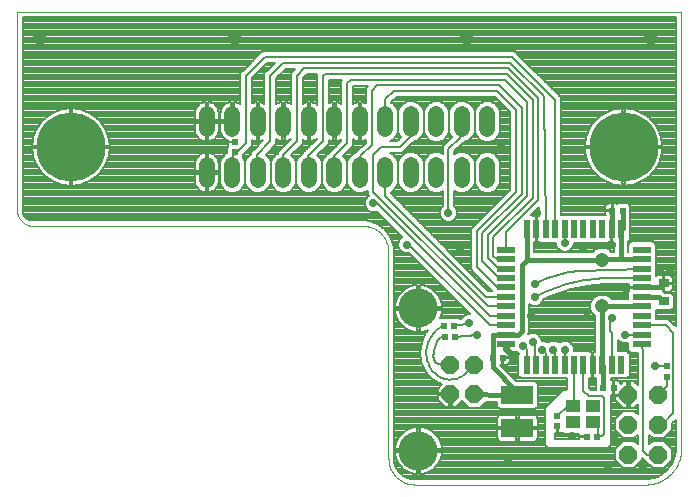
<source format=gbl>
G75*
%MOIN*%
%OFA0B0*%
%FSLAX24Y24*%
%IPPOS*%
%LPD*%
%AMOC8*
5,1,8,0,0,1.08239X$1,22.5*
%
%ADD10C,0.0039*%
%ADD11C,0.0520*%
%ADD12C,0.2300*%
%ADD13R,0.0472X0.0433*%
%ADD14OC8,0.0600*%
%ADD15R,0.0200X0.0200*%
%ADD16R,0.1063X0.0630*%
%ADD17R,0.0591X0.0236*%
%ADD18R,0.0236X0.0591*%
%ADD19R,0.0354X0.0276*%
%ADD20OC8,0.0574*%
%ADD21C,0.1306*%
%ADD22C,0.0079*%
%ADD23C,0.0278*%
%ADD24C,0.0475*%
%ADD25C,0.0160*%
%ADD26C,0.0240*%
D10*
X000639Y008800D02*
X011639Y008800D01*
X011696Y008798D01*
X011753Y008793D01*
X011810Y008783D01*
X011865Y008770D01*
X011920Y008754D01*
X011974Y008733D01*
X012026Y008710D01*
X012077Y008683D01*
X012125Y008653D01*
X012172Y008619D01*
X012216Y008583D01*
X012258Y008544D01*
X012297Y008502D01*
X012333Y008458D01*
X012367Y008411D01*
X012397Y008363D01*
X012424Y008312D01*
X012447Y008260D01*
X012468Y008206D01*
X012484Y008151D01*
X012497Y008096D01*
X012507Y008039D01*
X012512Y007982D01*
X012514Y007925D01*
X012514Y001050D01*
X012516Y000993D01*
X012521Y000936D01*
X012531Y000879D01*
X012544Y000824D01*
X012560Y000769D01*
X012581Y000715D01*
X012604Y000663D01*
X012631Y000613D01*
X012661Y000564D01*
X012695Y000517D01*
X012731Y000473D01*
X012770Y000431D01*
X012812Y000392D01*
X012856Y000356D01*
X012903Y000322D01*
X012952Y000292D01*
X013002Y000265D01*
X013054Y000242D01*
X013108Y000221D01*
X013163Y000205D01*
X013218Y000192D01*
X013275Y000182D01*
X013332Y000177D01*
X013389Y000175D01*
X021014Y000175D01*
X022264Y001300D02*
X022264Y015925D01*
X000139Y015925D01*
X000139Y009300D01*
X000141Y009256D01*
X000147Y009213D01*
X000156Y009171D01*
X000169Y009129D01*
X000186Y009089D01*
X000206Y009050D01*
X000229Y009013D01*
X000256Y008979D01*
X000285Y008946D01*
X000318Y008917D01*
X000352Y008890D01*
X000389Y008867D01*
X000428Y008847D01*
X000468Y008830D01*
X000510Y008817D01*
X000552Y008808D01*
X000595Y008802D01*
X000639Y008800D01*
X021015Y000176D02*
X021081Y000174D01*
X021148Y000176D01*
X021214Y000182D01*
X021280Y000192D01*
X021346Y000205D01*
X021410Y000222D01*
X021474Y000242D01*
X021536Y000266D01*
X021597Y000294D01*
X021656Y000324D01*
X021713Y000358D01*
X021768Y000396D01*
X021822Y000436D01*
X021872Y000479D01*
X021921Y000525D01*
X021966Y000574D01*
X022009Y000625D01*
X022049Y000678D01*
X022086Y000734D01*
X022120Y000792D01*
X022150Y000851D01*
X022177Y000912D01*
X022201Y000974D01*
X022221Y001038D01*
X022237Y001103D01*
X022250Y001168D01*
X022259Y001234D01*
X022264Y001301D01*
D11*
X015814Y010315D02*
X015814Y010835D01*
X014964Y010835D02*
X014964Y010315D01*
X014114Y010315D02*
X014114Y010835D01*
X013264Y010835D02*
X013264Y010315D01*
X012414Y010315D02*
X012414Y010835D01*
X011564Y010835D02*
X011564Y010315D01*
X010714Y010315D02*
X010714Y010835D01*
X009864Y010835D02*
X009864Y010315D01*
X009014Y010315D02*
X009014Y010835D01*
X008164Y010835D02*
X008164Y010315D01*
X007314Y010315D02*
X007314Y010835D01*
X006464Y010835D02*
X006464Y010315D01*
X006464Y012015D02*
X006464Y012535D01*
X007314Y012535D02*
X007314Y012015D01*
X008164Y012015D02*
X008164Y012535D01*
X009014Y012535D02*
X009014Y012015D01*
X009864Y012015D02*
X009864Y012535D01*
X010714Y012535D02*
X010714Y012015D01*
X011564Y012015D02*
X011564Y012535D01*
X012414Y012535D02*
X012414Y012015D01*
X013264Y012015D02*
X013264Y012535D01*
X014114Y012535D02*
X014114Y012015D01*
X014964Y012015D02*
X014964Y012535D01*
X015814Y012535D02*
X015814Y012015D01*
D12*
X020349Y011425D03*
X001929Y011425D03*
D13*
X018659Y002800D03*
X018659Y002249D03*
X019328Y002249D03*
X019328Y002800D03*
D14*
X020514Y003175D03*
X020514Y002175D03*
X020514Y001175D03*
X021514Y001175D03*
X021514Y002175D03*
X021514Y003175D03*
D15*
X021783Y003771D03*
X021783Y004111D03*
X020017Y003408D03*
X019677Y003408D03*
X018146Y002460D03*
X018146Y002120D03*
X019120Y001766D03*
X019460Y001766D03*
X016323Y004405D03*
X015983Y004405D03*
X014732Y005101D03*
X014392Y005101D03*
X014372Y005455D03*
X014712Y005455D03*
X019976Y009306D03*
X020316Y009306D03*
X007389Y011255D03*
X007389Y011595D03*
D16*
X016814Y003153D03*
X016814Y002051D03*
D17*
X016434Y004854D03*
X016434Y005169D03*
X016434Y005484D03*
X016434Y005799D03*
X016434Y006114D03*
X016434Y006429D03*
X016434Y006744D03*
X016434Y007059D03*
X016434Y007374D03*
X016434Y007689D03*
X016434Y008003D03*
X020962Y008003D03*
X020962Y007689D03*
X020962Y007374D03*
X020962Y007059D03*
X020962Y006744D03*
X020962Y006429D03*
X020962Y006114D03*
X020962Y005799D03*
X020962Y005484D03*
X020962Y005169D03*
X020962Y004854D03*
D18*
X020273Y004165D03*
X019958Y004165D03*
X019643Y004165D03*
X019328Y004165D03*
X019013Y004165D03*
X018698Y004165D03*
X018383Y004165D03*
X018068Y004165D03*
X017753Y004165D03*
X017438Y004165D03*
X017123Y004165D03*
X017123Y008692D03*
X017438Y008692D03*
X017753Y008692D03*
X018068Y008692D03*
X018383Y008692D03*
X018698Y008692D03*
X019013Y008692D03*
X019328Y008692D03*
X019643Y008692D03*
X019958Y008692D03*
X020273Y008692D03*
D19*
X021685Y006877D03*
X021685Y006277D03*
D20*
X015369Y004167D03*
X014581Y004167D03*
X014581Y003183D03*
X015369Y003183D03*
D21*
X013514Y001305D03*
X013514Y006045D03*
D22*
X013475Y006035D02*
X012693Y006035D01*
X012722Y006006D02*
X012722Y005993D01*
X012736Y005890D01*
X012763Y005790D01*
X012802Y005694D01*
X012854Y005604D01*
X012918Y005522D01*
X012991Y005448D01*
X013073Y005385D01*
X013163Y005333D01*
X013259Y005293D01*
X013360Y005267D01*
X013462Y005253D01*
X013475Y005253D01*
X013475Y006006D01*
X012722Y006006D01*
X012727Y005957D02*
X012693Y005957D01*
X012693Y005880D02*
X012738Y005880D01*
X012759Y005803D02*
X012693Y005803D01*
X012693Y005726D02*
X012789Y005726D01*
X012829Y005648D02*
X012693Y005648D01*
X012693Y005571D02*
X012880Y005571D01*
X012945Y005494D02*
X012693Y005494D01*
X012693Y005417D02*
X013032Y005417D01*
X013152Y005340D02*
X012693Y005340D01*
X012693Y005262D02*
X013392Y005262D01*
X013475Y005262D02*
X013554Y005262D01*
X013554Y005253D02*
X013566Y005253D01*
X013669Y005267D01*
X013770Y005293D01*
X013841Y005323D01*
X013775Y005252D01*
X013621Y004939D01*
X013621Y004939D01*
X013564Y004594D01*
X013608Y004247D01*
X013750Y003928D01*
X013835Y003829D01*
X013864Y003795D01*
X012693Y003795D01*
X012693Y003872D02*
X013798Y003872D01*
X013750Y003928D02*
X013750Y003928D01*
X013740Y003949D02*
X012693Y003949D01*
X012693Y004026D02*
X013706Y004026D01*
X013672Y004104D02*
X012693Y004104D01*
X012693Y004181D02*
X013637Y004181D01*
X013608Y004247D02*
X013608Y004247D01*
X013606Y004258D02*
X012693Y004258D01*
X012693Y004335D02*
X013596Y004335D01*
X013587Y004413D02*
X012693Y004413D01*
X012693Y004490D02*
X013577Y004490D01*
X013567Y004567D02*
X012693Y004567D01*
X012693Y004644D02*
X013572Y004644D01*
X013564Y004594D02*
X013564Y004594D01*
X013585Y004722D02*
X012693Y004722D01*
X012693Y004799D02*
X013598Y004799D01*
X013611Y004876D02*
X012693Y004876D01*
X012693Y004953D02*
X013628Y004953D01*
X013666Y005031D02*
X012693Y005031D01*
X012693Y005108D02*
X013704Y005108D01*
X013742Y005185D02*
X012693Y005185D01*
X013475Y005340D02*
X013554Y005340D01*
X013554Y005417D02*
X013475Y005417D01*
X013475Y005494D02*
X013554Y005494D01*
X013554Y005571D02*
X013475Y005571D01*
X013475Y005648D02*
X013554Y005648D01*
X013554Y005726D02*
X013475Y005726D01*
X013475Y005803D02*
X013554Y005803D01*
X013554Y005880D02*
X013475Y005880D01*
X013475Y005957D02*
X013554Y005957D01*
X013554Y006006D02*
X013554Y005253D01*
X013637Y005262D02*
X013785Y005262D01*
X013775Y005252D02*
X013775Y005252D01*
X014235Y005714D02*
X014266Y005790D01*
X014293Y005890D01*
X014306Y005993D01*
X014306Y006006D01*
X013554Y006006D01*
X013554Y006084D01*
X014306Y006084D01*
X014306Y006097D01*
X014293Y006200D01*
X014266Y006300D01*
X014226Y006396D01*
X014174Y006486D01*
X014111Y006568D01*
X014038Y006642D01*
X013955Y006705D01*
X013865Y006757D01*
X013770Y006797D01*
X013669Y006824D01*
X013566Y006837D01*
X013554Y006837D01*
X013554Y006084D01*
X013475Y006084D01*
X013475Y006006D01*
X013554Y006006D01*
X013554Y006035D02*
X015061Y006035D01*
X014984Y006112D02*
X014305Y006112D01*
X014294Y006189D02*
X014907Y006189D01*
X014829Y006266D02*
X014275Y006266D01*
X014248Y006344D02*
X014752Y006344D01*
X014675Y006421D02*
X014212Y006421D01*
X014165Y006498D02*
X014598Y006498D01*
X014520Y006575D02*
X014104Y006575D01*
X014024Y006653D02*
X014443Y006653D01*
X014366Y006730D02*
X013913Y006730D01*
X013731Y006807D02*
X014289Y006807D01*
X014211Y006884D02*
X012693Y006884D01*
X012693Y006807D02*
X013298Y006807D01*
X013259Y006797D02*
X013163Y006757D01*
X013073Y006705D01*
X012991Y006642D01*
X012918Y006568D01*
X012854Y006486D01*
X012802Y006396D01*
X012763Y006300D01*
X012736Y006200D01*
X012722Y006097D01*
X012722Y006084D01*
X013475Y006084D01*
X013475Y006837D01*
X013462Y006837D01*
X013360Y006824D01*
X013259Y006797D01*
X013116Y006730D02*
X012693Y006730D01*
X012693Y006653D02*
X013005Y006653D01*
X012924Y006575D02*
X012693Y006575D01*
X012693Y006498D02*
X012864Y006498D01*
X012817Y006421D02*
X012693Y006421D01*
X012693Y006344D02*
X012781Y006344D01*
X012754Y006266D02*
X012693Y006266D01*
X012693Y006189D02*
X012734Y006189D01*
X012724Y006112D02*
X012693Y006112D01*
X013475Y006112D02*
X013554Y006112D01*
X013554Y006189D02*
X013475Y006189D01*
X013475Y006266D02*
X013554Y006266D01*
X013554Y006344D02*
X013475Y006344D01*
X013475Y006421D02*
X013554Y006421D01*
X013554Y006498D02*
X013475Y006498D01*
X013475Y006575D02*
X013554Y006575D01*
X013554Y006653D02*
X013475Y006653D01*
X013475Y006730D02*
X013554Y006730D01*
X013554Y006807D02*
X013475Y006807D01*
X013903Y007193D02*
X012693Y007193D01*
X012693Y007116D02*
X013980Y007116D01*
X014057Y007039D02*
X012693Y007039D01*
X012693Y006962D02*
X014134Y006962D01*
X013825Y007271D02*
X012693Y007271D01*
X012693Y007348D02*
X013748Y007348D01*
X013671Y007425D02*
X012693Y007425D01*
X012693Y007502D02*
X013594Y007502D01*
X013516Y007579D02*
X012693Y007579D01*
X012693Y007657D02*
X013439Y007657D01*
X013362Y007734D02*
X012693Y007734D01*
X012693Y007811D02*
X013285Y007811D01*
X013213Y007883D02*
X015247Y005848D01*
X015143Y005848D01*
X015033Y005803D01*
X014949Y005719D01*
X014940Y005697D01*
X014936Y005697D01*
X014934Y005698D01*
X014901Y005692D01*
X014878Y005714D01*
X014546Y005714D01*
X014542Y005710D01*
X014538Y005714D01*
X014235Y005714D01*
X014239Y005726D02*
X014956Y005726D01*
X015033Y005803D02*
X014270Y005803D01*
X014290Y005880D02*
X015216Y005880D01*
X015138Y005957D02*
X014302Y005957D01*
X014712Y005455D02*
X014889Y005488D01*
X014732Y005101D02*
X015452Y005175D01*
X015893Y005484D02*
X013202Y008175D01*
X013139Y008175D01*
X012927Y007966D02*
X012693Y007966D01*
X012693Y008043D02*
X012871Y008043D01*
X012886Y008006D02*
X012970Y007922D01*
X013080Y007877D01*
X013199Y007877D01*
X013213Y007883D01*
X013051Y007888D02*
X012693Y007888D01*
X012693Y008092D02*
X012590Y008409D01*
X012394Y008680D01*
X012124Y008876D01*
X012124Y008876D01*
X011806Y008979D01*
X000639Y008979D01*
X000577Y008985D01*
X000461Y009033D01*
X000373Y009122D01*
X000325Y009237D01*
X000318Y009300D01*
X000318Y015746D01*
X022085Y015746D01*
X022085Y005448D01*
X021963Y005570D01*
X021847Y005686D01*
X021416Y005686D01*
X021416Y006006D01*
X021442Y005979D01*
X021929Y005979D01*
X022022Y006073D01*
X022022Y006480D01*
X021929Y006574D01*
X021727Y006574D01*
X021669Y006632D01*
X021656Y006637D01*
X021656Y006847D01*
X021715Y006847D01*
X021715Y006599D01*
X021881Y006599D01*
X021916Y006609D01*
X021948Y006627D01*
X021974Y006653D01*
X021993Y006685D01*
X022002Y006721D01*
X022002Y006847D01*
X021715Y006847D01*
X021715Y006906D01*
X022002Y006906D01*
X022002Y007033D01*
X021993Y007068D01*
X021974Y007100D01*
X021948Y007126D01*
X021916Y007144D01*
X021881Y007154D01*
X021715Y007154D01*
X021715Y006906D01*
X021656Y006906D01*
X021656Y007154D01*
X021490Y007154D01*
X021455Y007144D01*
X021423Y007126D01*
X021416Y007120D01*
X021416Y008188D01*
X021323Y008281D01*
X020600Y008281D01*
X020507Y008188D01*
X020507Y007928D01*
X020504Y007928D01*
X020504Y008285D01*
X020550Y008331D01*
X020550Y008676D01*
X020555Y008688D01*
X020555Y009120D01*
X020575Y009140D01*
X020575Y009472D01*
X020482Y009566D01*
X020150Y009566D01*
X020122Y009538D01*
X020094Y009546D01*
X019987Y009546D01*
X019987Y009317D01*
X019965Y009317D01*
X019965Y009296D01*
X019737Y009296D01*
X019737Y009188D01*
X019746Y009152D01*
X019749Y009147D01*
X018267Y009147D01*
X018267Y013079D01*
X016838Y014507D01*
X016722Y014624D01*
X008307Y014624D01*
X007682Y013999D01*
X007566Y013882D01*
X007566Y012847D01*
X007504Y012889D01*
X007431Y012919D01*
X007354Y012934D01*
X007354Y012314D01*
X007275Y012314D01*
X007275Y012236D01*
X006915Y012236D01*
X006915Y011976D01*
X006930Y011899D01*
X006960Y011826D01*
X007004Y011760D01*
X007060Y011705D01*
X007125Y011661D01*
X007150Y011651D01*
X007150Y011606D01*
X007379Y011606D01*
X007379Y011584D01*
X007150Y011584D01*
X007150Y011477D01*
X007158Y011449D01*
X007130Y011421D01*
X007130Y011277D01*
X007128Y011275D01*
X007128Y011212D01*
X007077Y011191D01*
X006959Y011073D01*
X006895Y010918D01*
X006895Y010232D01*
X006959Y010077D01*
X007077Y009959D01*
X007231Y009896D01*
X007398Y009896D01*
X007552Y009959D01*
X007670Y010077D01*
X007734Y010232D01*
X007734Y010918D01*
X007670Y011073D01*
X007649Y011094D01*
X007649Y011153D01*
X007963Y011468D01*
X007963Y011669D01*
X007975Y011661D01*
X008048Y011631D01*
X008125Y011616D01*
X008125Y012236D01*
X008204Y012236D01*
X008204Y011616D01*
X008281Y011631D01*
X008338Y011655D01*
X008057Y011374D01*
X007941Y011257D01*
X007941Y011196D01*
X007927Y011191D01*
X007809Y011073D01*
X007745Y010918D01*
X007745Y010232D01*
X007809Y010077D01*
X007927Y009959D01*
X008081Y009896D01*
X008248Y009896D01*
X008402Y009959D01*
X008520Y010077D01*
X008584Y010232D01*
X008584Y010918D01*
X008520Y011073D01*
X008419Y011174D01*
X008776Y011530D01*
X008776Y011694D01*
X008825Y011661D01*
X008898Y011631D01*
X008975Y011616D01*
X008975Y012236D01*
X009054Y012236D01*
X009054Y011616D01*
X009131Y011631D01*
X009204Y011661D01*
X009251Y011693D01*
X008932Y011374D01*
X008816Y011257D01*
X008816Y011207D01*
X008777Y011191D01*
X008659Y011073D01*
X008595Y010918D01*
X008595Y010232D01*
X008659Y010077D01*
X008777Y009959D01*
X008931Y009896D01*
X009098Y009896D01*
X009252Y009959D01*
X009370Y010077D01*
X009434Y010232D01*
X009434Y010918D01*
X009370Y011073D01*
X009281Y011161D01*
X009651Y011530D01*
X009651Y011678D01*
X009675Y011661D01*
X009748Y011631D01*
X009825Y011616D01*
X009825Y012236D01*
X009904Y012236D01*
X009904Y011616D01*
X009981Y011631D01*
X010054Y011661D01*
X010119Y011705D01*
X010128Y011714D01*
X010128Y011695D01*
X009745Y011311D01*
X009628Y011195D01*
X009628Y011191D01*
X009627Y011191D01*
X009509Y011073D01*
X009445Y010918D01*
X009445Y010232D01*
X009509Y010077D01*
X009627Y009959D01*
X009781Y009896D01*
X009948Y009896D01*
X010102Y009959D01*
X010220Y010077D01*
X010284Y010232D01*
X010284Y010918D01*
X010220Y011073D01*
X010144Y011149D01*
X010526Y011530D01*
X010526Y011661D01*
X010598Y011631D01*
X010675Y011616D01*
X010675Y012236D01*
X010754Y012236D01*
X010754Y011616D01*
X010831Y011631D01*
X010904Y011661D01*
X010941Y011686D01*
X010941Y011632D01*
X010620Y011311D01*
X010514Y011206D01*
X010477Y011191D01*
X010359Y011073D01*
X010295Y010918D01*
X010295Y010232D01*
X010359Y010077D01*
X010477Y009959D01*
X010631Y009896D01*
X010798Y009896D01*
X010952Y009959D01*
X011070Y010077D01*
X011134Y010232D01*
X011134Y010918D01*
X011070Y011073D01*
X011006Y011136D01*
X011338Y011468D01*
X011338Y011686D01*
X011375Y011661D01*
X011448Y011631D01*
X011525Y011616D01*
X011525Y012236D01*
X011604Y012236D01*
X011604Y011616D01*
X011681Y011631D01*
X011753Y011661D01*
X011753Y011570D01*
X011495Y011311D01*
X011495Y011311D01*
X011407Y011224D01*
X011327Y011191D01*
X011209Y011073D01*
X011145Y010918D01*
X011145Y010232D01*
X011209Y010077D01*
X011327Y009959D01*
X011481Y009896D01*
X011648Y009896D01*
X011802Y009959D01*
X011816Y009973D01*
X011816Y009843D01*
X011852Y009806D01*
X011845Y009803D01*
X011761Y009719D01*
X011716Y009609D01*
X011716Y009491D01*
X011761Y009381D01*
X011845Y009297D01*
X011955Y009252D01*
X012074Y009252D01*
X012132Y009276D01*
X012977Y008431D01*
X012970Y008428D01*
X012886Y008344D01*
X012841Y008234D01*
X012841Y008116D01*
X012886Y008006D01*
X012841Y008120D02*
X012684Y008120D01*
X012693Y008092D02*
X012693Y001050D01*
X012702Y000941D01*
X012769Y000734D01*
X012897Y000558D01*
X013073Y000430D01*
X013280Y000363D01*
X013389Y000354D01*
X020946Y000354D01*
X020950Y000358D01*
X021019Y000354D01*
X021033Y000354D01*
X021182Y000358D01*
X021488Y000440D01*
X021753Y000612D01*
X021952Y000857D01*
X022065Y001152D01*
X022085Y001308D01*
X022085Y002340D01*
X021974Y002228D01*
X021974Y001985D01*
X021705Y001716D01*
X021324Y001716D01*
X021213Y001827D01*
X021213Y001523D01*
X021324Y001634D01*
X021705Y001634D01*
X021974Y001365D01*
X021974Y000985D01*
X021705Y000716D01*
X021324Y000716D01*
X021063Y000976D01*
X021057Y000976D01*
X020974Y001060D01*
X020974Y000985D01*
X020705Y000716D01*
X020324Y000716D01*
X020055Y000985D01*
X020055Y001365D01*
X020324Y001634D01*
X020705Y001634D01*
X020816Y001523D01*
X020816Y001827D01*
X020705Y001716D01*
X020324Y001716D01*
X020055Y001985D01*
X020055Y002365D01*
X020324Y002634D01*
X020705Y002634D01*
X020816Y002523D01*
X020816Y002855D01*
X020696Y002736D01*
X020554Y002736D01*
X020554Y003136D01*
X020475Y003136D01*
X020075Y003136D01*
X020075Y002993D01*
X020332Y002736D01*
X020475Y002736D01*
X020475Y003136D01*
X020475Y003214D01*
X020220Y003214D01*
X020202Y003197D01*
X020171Y003178D01*
X020135Y003169D01*
X020028Y003169D01*
X020028Y003398D01*
X020006Y003398D01*
X020006Y003169D01*
X019924Y003169D01*
X019924Y001484D01*
X019830Y001391D01*
X017823Y001391D01*
X017730Y001484D01*
X017730Y002741D01*
X017823Y002834D01*
X018323Y003334D01*
X018448Y003334D01*
X018480Y003366D01*
X018480Y003710D01*
X016939Y003710D01*
X016846Y003804D01*
X016846Y004526D01*
X016860Y004541D01*
X016845Y004547D01*
X016785Y004607D01*
X016783Y004606D01*
X016748Y004596D01*
X016529Y004596D01*
X016535Y004591D01*
X016553Y004559D01*
X016563Y004523D01*
X016563Y004416D01*
X016334Y004416D01*
X016334Y004394D01*
X016334Y004166D01*
X016442Y004166D01*
X016477Y004175D01*
X016509Y004194D01*
X016535Y004220D01*
X016553Y004251D01*
X016563Y004287D01*
X016563Y004394D01*
X016334Y004394D01*
X016313Y004394D01*
X016313Y004166D01*
X016237Y004166D01*
X016775Y003628D01*
X017411Y003628D01*
X017504Y003534D01*
X017504Y002772D01*
X017411Y002679D01*
X016216Y002679D01*
X016123Y002772D01*
X016123Y002936D01*
X016092Y002936D01*
X016090Y002936D01*
X015757Y002940D01*
X015554Y002736D01*
X015184Y002736D01*
X014961Y002959D01*
X014758Y002756D01*
X014621Y002756D01*
X014621Y003143D01*
X014542Y003143D01*
X014542Y002756D01*
X014405Y002756D01*
X014155Y003006D01*
X014155Y003144D01*
X014542Y003144D01*
X014542Y003222D01*
X014155Y003222D01*
X014155Y003359D01*
X014307Y003511D01*
X014183Y003546D01*
X014183Y003546D01*
X013953Y003692D01*
X013953Y003692D01*
X013953Y003692D01*
X013864Y003795D01*
X013931Y003717D02*
X012693Y003717D01*
X012693Y003640D02*
X014034Y003640D01*
X014156Y003563D02*
X012693Y003563D01*
X012693Y003486D02*
X014281Y003486D01*
X014204Y003408D02*
X012693Y003408D01*
X012693Y003331D02*
X014155Y003331D01*
X014155Y003254D02*
X012693Y003254D01*
X012693Y003177D02*
X014542Y003177D01*
X014542Y003100D02*
X014621Y003100D01*
X014621Y003022D02*
X014542Y003022D01*
X014542Y002945D02*
X014621Y002945D01*
X014621Y002868D02*
X014542Y002868D01*
X014542Y002791D02*
X014621Y002791D01*
X014792Y002791D02*
X015130Y002791D01*
X015052Y002868D02*
X014869Y002868D01*
X014946Y002945D02*
X014975Y002945D01*
X014371Y002791D02*
X012693Y002791D01*
X012693Y002868D02*
X014293Y002868D01*
X014216Y002945D02*
X012693Y002945D01*
X012693Y003022D02*
X014155Y003022D01*
X014155Y003100D02*
X012693Y003100D01*
X012693Y002713D02*
X016182Y002713D01*
X016123Y002791D02*
X015608Y002791D01*
X015685Y002868D02*
X016123Y002868D01*
X016228Y002496D02*
X016264Y002505D01*
X016774Y002505D01*
X016774Y002090D01*
X016774Y002012D01*
X016143Y002012D01*
X016143Y001718D01*
X016152Y001682D01*
X016171Y001651D01*
X016196Y001625D01*
X016228Y001606D01*
X016264Y001597D01*
X016774Y001597D01*
X016774Y002012D01*
X016853Y002012D01*
X016853Y002090D01*
X017484Y002090D01*
X017484Y002384D01*
X017475Y002420D01*
X017457Y002452D01*
X017431Y002478D01*
X017399Y002496D01*
X017363Y002505D01*
X016853Y002505D01*
X016853Y002090D01*
X016774Y002090D01*
X016143Y002090D01*
X016143Y002384D01*
X016152Y002420D01*
X016171Y002452D01*
X016196Y002478D01*
X016228Y002496D01*
X016204Y002482D02*
X012693Y002482D01*
X012693Y002559D02*
X017730Y002559D01*
X017730Y002636D02*
X012693Y002636D01*
X012693Y002404D02*
X016148Y002404D01*
X016143Y002327D02*
X012693Y002327D01*
X012693Y002250D02*
X016143Y002250D01*
X016143Y002173D02*
X012693Y002173D01*
X012693Y002095D02*
X013450Y002095D01*
X013462Y002097D02*
X013360Y002083D01*
X013259Y002057D01*
X013163Y002017D01*
X013073Y001965D01*
X012991Y001902D01*
X012918Y001828D01*
X012854Y001746D01*
X012802Y001656D01*
X012763Y001560D01*
X012736Y001460D01*
X012722Y001357D01*
X012722Y001344D01*
X013475Y001344D01*
X013475Y001266D01*
X012722Y001266D01*
X012722Y001253D01*
X012736Y001150D01*
X012763Y001050D01*
X012802Y000954D01*
X012854Y000864D01*
X012918Y000782D01*
X012991Y000708D01*
X013073Y000645D01*
X013163Y000593D01*
X013259Y000553D01*
X013360Y000526D01*
X013462Y000513D01*
X013475Y000513D01*
X013475Y001266D01*
X013554Y001266D01*
X013554Y001344D01*
X014306Y001344D01*
X014306Y001357D01*
X014293Y001460D01*
X014266Y001560D01*
X014226Y001656D01*
X014174Y001746D01*
X014111Y001828D01*
X014038Y001902D01*
X013955Y001965D01*
X013865Y002017D01*
X013770Y002057D01*
X013669Y002083D01*
X013566Y002097D01*
X013554Y002097D01*
X013554Y001344D01*
X013475Y001344D01*
X013475Y002097D01*
X013462Y002097D01*
X013475Y002095D02*
X013554Y002095D01*
X013579Y002095D02*
X016143Y002095D01*
X016143Y001941D02*
X013987Y001941D01*
X014076Y001864D02*
X016143Y001864D01*
X016143Y001786D02*
X014143Y001786D01*
X014196Y001709D02*
X016145Y001709D01*
X016189Y001632D02*
X014236Y001632D01*
X014268Y001555D02*
X017730Y001555D01*
X017730Y001632D02*
X017438Y001632D01*
X017431Y001625D02*
X017457Y001651D01*
X017475Y001682D01*
X017484Y001718D01*
X017484Y002012D01*
X016853Y002012D01*
X016853Y001597D01*
X017363Y001597D01*
X017399Y001606D01*
X017431Y001625D01*
X017482Y001709D02*
X017730Y001709D01*
X017730Y001786D02*
X017484Y001786D01*
X017484Y001864D02*
X017730Y001864D01*
X017730Y001941D02*
X017484Y001941D01*
X017484Y002095D02*
X017730Y002095D01*
X017730Y002018D02*
X016853Y002018D01*
X016853Y001941D02*
X016774Y001941D01*
X016774Y002018D02*
X013862Y002018D01*
X013554Y002018D02*
X013475Y002018D01*
X013475Y001941D02*
X013554Y001941D01*
X013554Y001864D02*
X013475Y001864D01*
X013475Y001786D02*
X013554Y001786D01*
X013554Y001709D02*
X013475Y001709D01*
X013475Y001632D02*
X013554Y001632D01*
X013554Y001555D02*
X013475Y001555D01*
X013475Y001477D02*
X013554Y001477D01*
X013554Y001400D02*
X013475Y001400D01*
X013475Y001323D02*
X012693Y001323D01*
X012693Y001246D02*
X012723Y001246D01*
X012733Y001169D02*
X012693Y001169D01*
X012693Y001091D02*
X012752Y001091D01*
X012777Y001014D02*
X012696Y001014D01*
X012703Y000937D02*
X012812Y000937D01*
X012858Y000860D02*
X012728Y000860D01*
X012754Y000782D02*
X012917Y000782D01*
X012995Y000705D02*
X012790Y000705D01*
X012846Y000628D02*
X013103Y000628D01*
X013014Y000473D02*
X021539Y000473D01*
X021658Y000551D02*
X013760Y000551D01*
X013770Y000553D02*
X013865Y000593D01*
X013955Y000645D01*
X014038Y000708D01*
X014111Y000782D01*
X014174Y000864D01*
X014226Y000954D01*
X014266Y001050D01*
X014293Y001150D01*
X014306Y001253D01*
X014306Y001266D01*
X013554Y001266D01*
X013554Y000513D01*
X013566Y000513D01*
X013669Y000526D01*
X013770Y000553D01*
X013926Y000628D02*
X021766Y000628D01*
X021828Y000705D02*
X014034Y000705D01*
X014112Y000782D02*
X020257Y000782D01*
X020180Y000860D02*
X014171Y000860D01*
X014217Y000937D02*
X020103Y000937D01*
X020055Y001014D02*
X014251Y001014D01*
X014277Y001091D02*
X020055Y001091D01*
X020055Y001169D02*
X014295Y001169D01*
X014306Y001246D02*
X020055Y001246D01*
X020055Y001323D02*
X013554Y001323D01*
X013554Y001246D02*
X013475Y001246D01*
X013475Y001169D02*
X013554Y001169D01*
X013554Y001091D02*
X013475Y001091D01*
X013475Y001014D02*
X013554Y001014D01*
X013554Y000937D02*
X013475Y000937D01*
X013475Y000860D02*
X013554Y000860D01*
X013554Y000782D02*
X013475Y000782D01*
X013475Y000705D02*
X013554Y000705D01*
X013554Y000628D02*
X013475Y000628D01*
X013475Y000551D02*
X013554Y000551D01*
X013269Y000551D02*
X012907Y000551D01*
X013177Y000396D02*
X021325Y000396D01*
X021257Y000782D02*
X020771Y000782D01*
X020849Y000860D02*
X021180Y000860D01*
X021103Y000937D02*
X020926Y000937D01*
X020974Y001014D02*
X021019Y001014D01*
X021139Y001175D02*
X021014Y001300D01*
X021014Y004675D01*
X020962Y004728D01*
X020962Y004854D01*
X020962Y005169D02*
X020955Y005175D01*
X020389Y005175D01*
X020189Y004953D02*
X020156Y004953D01*
X020156Y004986D02*
X020220Y004922D01*
X020330Y004877D01*
X020449Y004877D01*
X020507Y004901D01*
X020507Y004670D01*
X020600Y004576D01*
X020816Y004576D01*
X020816Y003495D01*
X020696Y003614D01*
X020554Y003614D01*
X020554Y003214D01*
X020475Y003214D01*
X020475Y003614D01*
X020332Y003614D01*
X020254Y003536D01*
X020247Y003562D01*
X020228Y003594D01*
X020202Y003620D01*
X020171Y003638D01*
X020135Y003648D01*
X020028Y003648D01*
X020028Y003419D01*
X020006Y003419D01*
X020006Y003648D01*
X019916Y003648D01*
X019916Y003710D01*
X020457Y003710D01*
X020550Y003804D01*
X020550Y004526D01*
X020457Y004620D01*
X020156Y004620D01*
X020156Y004986D01*
X020156Y004876D02*
X020507Y004876D01*
X020507Y004799D02*
X020156Y004799D01*
X020156Y004722D02*
X020507Y004722D01*
X020532Y004644D02*
X020156Y004644D01*
X020509Y004567D02*
X020816Y004567D01*
X020816Y004490D02*
X020550Y004490D01*
X020550Y004413D02*
X020816Y004413D01*
X020816Y004335D02*
X020550Y004335D01*
X020550Y004258D02*
X020816Y004258D01*
X020816Y004181D02*
X020550Y004181D01*
X020550Y004104D02*
X020816Y004104D01*
X020816Y004026D02*
X020550Y004026D01*
X020550Y003949D02*
X020816Y003949D01*
X020816Y003872D02*
X020550Y003872D01*
X020541Y003795D02*
X020816Y003795D01*
X020816Y003717D02*
X020464Y003717D01*
X020475Y003563D02*
X020554Y003563D01*
X020554Y003486D02*
X020475Y003486D01*
X020475Y003408D02*
X020554Y003408D01*
X020554Y003331D02*
X020475Y003331D01*
X020475Y003254D02*
X020554Y003254D01*
X020475Y003177D02*
X020165Y003177D01*
X020075Y003100D02*
X019924Y003100D01*
X019924Y003022D02*
X020075Y003022D01*
X020123Y002945D02*
X019924Y002945D01*
X019924Y002868D02*
X020200Y002868D01*
X020277Y002791D02*
X019924Y002791D01*
X019924Y002713D02*
X020816Y002713D01*
X020816Y002636D02*
X019924Y002636D01*
X019924Y002559D02*
X020249Y002559D01*
X020171Y002482D02*
X019924Y002482D01*
X019924Y002404D02*
X020094Y002404D01*
X020055Y002327D02*
X019924Y002327D01*
X019924Y002250D02*
X020055Y002250D01*
X020055Y002173D02*
X019924Y002173D01*
X019924Y002095D02*
X020055Y002095D01*
X020055Y002018D02*
X019924Y002018D01*
X019924Y001941D02*
X020099Y001941D01*
X020176Y001864D02*
X019924Y001864D01*
X019924Y001786D02*
X020253Y001786D01*
X020322Y001632D02*
X019924Y001632D01*
X019924Y001709D02*
X020816Y001709D01*
X020816Y001632D02*
X020707Y001632D01*
X020784Y001555D02*
X020816Y001555D01*
X020816Y001786D02*
X020775Y001786D01*
X021213Y001786D02*
X021253Y001786D01*
X021213Y001709D02*
X022085Y001709D01*
X022085Y001632D02*
X021707Y001632D01*
X021784Y001555D02*
X022085Y001555D01*
X022085Y001477D02*
X021862Y001477D01*
X021939Y001400D02*
X022085Y001400D01*
X022085Y001323D02*
X021974Y001323D01*
X021974Y001246D02*
X022077Y001246D01*
X022067Y001169D02*
X021974Y001169D01*
X021974Y001091D02*
X022041Y001091D01*
X022012Y001014D02*
X021974Y001014D01*
X021982Y000937D02*
X021926Y000937D01*
X021952Y000860D02*
X021849Y000860D01*
X021891Y000782D02*
X021771Y000782D01*
X021514Y001175D02*
X021139Y001175D01*
X021213Y001555D02*
X021244Y001555D01*
X021213Y001632D02*
X021322Y001632D01*
X021775Y001786D02*
X022085Y001786D01*
X022085Y001864D02*
X021853Y001864D01*
X021930Y001941D02*
X022085Y001941D01*
X022085Y002018D02*
X021974Y002018D01*
X021974Y002095D02*
X022085Y002095D01*
X022085Y002173D02*
X021974Y002173D01*
X021995Y002250D02*
X022085Y002250D01*
X022073Y002327D02*
X022085Y002327D01*
X022014Y002550D02*
X022014Y005238D01*
X021764Y005488D01*
X020965Y005488D01*
X020962Y005484D01*
X021416Y005726D02*
X022085Y005726D01*
X022085Y005803D02*
X021416Y005803D01*
X021416Y005880D02*
X022085Y005880D01*
X022085Y005957D02*
X021416Y005957D01*
X021884Y005648D02*
X022085Y005648D01*
X022085Y005571D02*
X021962Y005571D01*
X022039Y005494D02*
X022085Y005494D01*
X022085Y006035D02*
X021984Y006035D01*
X022022Y006112D02*
X022085Y006112D01*
X022085Y006189D02*
X022022Y006189D01*
X022022Y006266D02*
X022085Y006266D01*
X022085Y006344D02*
X022022Y006344D01*
X022022Y006421D02*
X022085Y006421D01*
X022085Y006498D02*
X022004Y006498D01*
X022085Y006575D02*
X021725Y006575D01*
X021715Y006653D02*
X021656Y006653D01*
X021656Y006730D02*
X021715Y006730D01*
X021715Y006807D02*
X021656Y006807D01*
X021715Y006884D02*
X022085Y006884D01*
X022085Y006807D02*
X022002Y006807D01*
X022002Y006730D02*
X022085Y006730D01*
X022085Y006653D02*
X021974Y006653D01*
X022002Y006962D02*
X022085Y006962D01*
X022085Y007039D02*
X022000Y007039D01*
X021958Y007116D02*
X022085Y007116D01*
X022085Y007193D02*
X021416Y007193D01*
X021416Y007271D02*
X022085Y007271D01*
X022085Y007348D02*
X021416Y007348D01*
X021416Y007425D02*
X022085Y007425D01*
X022085Y007502D02*
X021416Y007502D01*
X021416Y007579D02*
X022085Y007579D01*
X022085Y007657D02*
X021416Y007657D01*
X021416Y007734D02*
X022085Y007734D01*
X022085Y007811D02*
X021416Y007811D01*
X021416Y007888D02*
X022085Y007888D01*
X022085Y007966D02*
X021416Y007966D01*
X021416Y008043D02*
X022085Y008043D01*
X022085Y008120D02*
X021416Y008120D01*
X021407Y008197D02*
X022085Y008197D01*
X022085Y008275D02*
X021329Y008275D01*
X022085Y008352D02*
X020550Y008352D01*
X020550Y008429D02*
X022085Y008429D01*
X022085Y008506D02*
X020550Y008506D01*
X020550Y008584D02*
X022085Y008584D01*
X022085Y008661D02*
X020550Y008661D01*
X020555Y008738D02*
X022085Y008738D01*
X022085Y008815D02*
X020555Y008815D01*
X020555Y008893D02*
X022085Y008893D01*
X022085Y008970D02*
X020555Y008970D01*
X020555Y009047D02*
X022085Y009047D01*
X022085Y009124D02*
X020559Y009124D01*
X020575Y009202D02*
X022085Y009202D01*
X022085Y009279D02*
X020575Y009279D01*
X020575Y009356D02*
X022085Y009356D01*
X022085Y009433D02*
X020575Y009433D01*
X020537Y009510D02*
X022085Y009510D01*
X022085Y009588D02*
X018267Y009588D01*
X018267Y009665D02*
X022085Y009665D01*
X022085Y009742D02*
X018267Y009742D01*
X018267Y009819D02*
X022085Y009819D01*
X022085Y009897D02*
X018267Y009897D01*
X018267Y009974D02*
X022085Y009974D01*
X022085Y010051D02*
X018267Y010051D01*
X018267Y010128D02*
X022085Y010128D01*
X022085Y010206D02*
X020771Y010206D01*
X020784Y010210D02*
X020901Y010258D01*
X021013Y010318D01*
X021118Y010388D01*
X021216Y010468D01*
X021306Y010558D01*
X021386Y010656D01*
X021457Y010761D01*
X021516Y010873D01*
X021565Y010990D01*
X021602Y011111D01*
X021626Y011236D01*
X021639Y011362D01*
X021639Y011386D01*
X020389Y011386D01*
X020389Y011464D01*
X021639Y011464D01*
X021639Y011488D01*
X021626Y011614D01*
X021602Y011739D01*
X021565Y011860D01*
X021516Y011977D01*
X021457Y012089D01*
X021386Y012194D01*
X021306Y012292D01*
X021216Y012382D01*
X021118Y012462D01*
X021013Y012532D01*
X020901Y012592D01*
X020784Y012640D01*
X020663Y012677D01*
X020539Y012702D01*
X020413Y012714D01*
X020389Y012714D01*
X020389Y011464D01*
X020310Y011464D01*
X020310Y011386D01*
X019060Y011386D01*
X019060Y011362D01*
X019072Y011236D01*
X019097Y011111D01*
X019134Y010990D01*
X019182Y010873D01*
X019242Y010761D01*
X019312Y010656D01*
X019393Y010558D01*
X019482Y010468D01*
X019580Y010388D01*
X019686Y010318D01*
X019797Y010258D01*
X019914Y010210D01*
X020036Y010173D01*
X020160Y010148D01*
X020286Y010136D01*
X020310Y010136D01*
X020310Y011386D01*
X020389Y011386D01*
X020389Y010136D01*
X020413Y010136D01*
X020539Y010148D01*
X020663Y010173D01*
X020784Y010210D01*
X020948Y010283D02*
X022085Y010283D01*
X022085Y010360D02*
X021076Y010360D01*
X021178Y010437D02*
X022085Y010437D01*
X022085Y010515D02*
X021262Y010515D01*
X021334Y010592D02*
X022085Y010592D01*
X022085Y010669D02*
X021395Y010669D01*
X021447Y010746D02*
X022085Y010746D01*
X022085Y010824D02*
X021490Y010824D01*
X021528Y010901D02*
X022085Y010901D01*
X022085Y010978D02*
X021560Y010978D01*
X021585Y011055D02*
X022085Y011055D01*
X022085Y011133D02*
X021606Y011133D01*
X021621Y011210D02*
X022085Y011210D01*
X022085Y011287D02*
X021631Y011287D01*
X021639Y011364D02*
X022085Y011364D01*
X022085Y011442D02*
X020389Y011442D01*
X020389Y011519D02*
X020310Y011519D01*
X020310Y011464D02*
X020310Y012714D01*
X020286Y012714D01*
X020160Y012702D01*
X020036Y012677D01*
X019914Y012640D01*
X019797Y012592D01*
X019686Y012532D01*
X019580Y012462D01*
X019482Y012382D01*
X019393Y012292D01*
X019312Y012194D01*
X019242Y012089D01*
X019182Y011977D01*
X019134Y011860D01*
X019097Y011739D01*
X019072Y011614D01*
X019060Y011488D01*
X019060Y011464D01*
X020310Y011464D01*
X020310Y011442D02*
X018267Y011442D01*
X018267Y011519D02*
X019063Y011519D01*
X019071Y011596D02*
X018267Y011596D01*
X018267Y011673D02*
X019084Y011673D01*
X019101Y011750D02*
X018267Y011750D01*
X018267Y011828D02*
X019124Y011828D01*
X019153Y011905D02*
X018267Y011905D01*
X018267Y011982D02*
X019185Y011982D01*
X019226Y012059D02*
X018267Y012059D01*
X018267Y012137D02*
X019274Y012137D01*
X019329Y012214D02*
X018267Y012214D01*
X018267Y012291D02*
X019392Y012291D01*
X019469Y012368D02*
X018267Y012368D01*
X018267Y012446D02*
X019561Y012446D01*
X019672Y012523D02*
X018267Y012523D01*
X018267Y012600D02*
X019817Y012600D01*
X020036Y012677D02*
X018267Y012677D01*
X018267Y012755D02*
X022085Y012755D01*
X022085Y012832D02*
X018267Y012832D01*
X018267Y012909D02*
X022085Y012909D01*
X022085Y012986D02*
X018267Y012986D01*
X018267Y013064D02*
X022085Y013064D01*
X022085Y013141D02*
X018205Y013141D01*
X018127Y013218D02*
X022085Y013218D01*
X022085Y013295D02*
X018050Y013295D01*
X017973Y013373D02*
X022085Y013373D01*
X022085Y013450D02*
X017896Y013450D01*
X017818Y013527D02*
X022085Y013527D01*
X022085Y013604D02*
X017741Y013604D01*
X017664Y013681D02*
X022085Y013681D01*
X022085Y013759D02*
X017587Y013759D01*
X017509Y013836D02*
X022085Y013836D01*
X022085Y013913D02*
X017432Y013913D01*
X017355Y013990D02*
X022085Y013990D01*
X022085Y014068D02*
X017278Y014068D01*
X017201Y014145D02*
X022085Y014145D01*
X022085Y014222D02*
X017123Y014222D01*
X017046Y014299D02*
X022085Y014299D01*
X022085Y014377D02*
X016969Y014377D01*
X016892Y014454D02*
X022085Y014454D01*
X022085Y014531D02*
X016814Y014531D01*
X016737Y014608D02*
X022085Y014608D01*
X022085Y014686D02*
X000318Y014686D01*
X000318Y014763D02*
X022085Y014763D01*
X022085Y014840D02*
X000318Y014840D01*
X000318Y014917D02*
X022085Y014917D01*
X022085Y014995D02*
X000318Y014995D01*
X000318Y015072D02*
X022085Y015072D01*
X022085Y015149D02*
X000318Y015149D01*
X000318Y015226D02*
X022085Y015226D01*
X022085Y015304D02*
X000318Y015304D01*
X000318Y015381D02*
X022085Y015381D01*
X022085Y015458D02*
X000318Y015458D01*
X000318Y015535D02*
X022085Y015535D01*
X022085Y015612D02*
X000318Y015612D01*
X000318Y015690D02*
X022085Y015690D01*
X022085Y012677D02*
X020662Y012677D01*
X020882Y012600D02*
X022085Y012600D01*
X022085Y012523D02*
X021027Y012523D01*
X021138Y012446D02*
X022085Y012446D01*
X022085Y012368D02*
X021229Y012368D01*
X021307Y012291D02*
X022085Y012291D01*
X022085Y012214D02*
X021370Y012214D01*
X021425Y012137D02*
X022085Y012137D01*
X022085Y012059D02*
X021472Y012059D01*
X021514Y011982D02*
X022085Y011982D01*
X022085Y011905D02*
X021546Y011905D01*
X021575Y011828D02*
X022085Y011828D01*
X022085Y011750D02*
X021598Y011750D01*
X021615Y011673D02*
X022085Y011673D01*
X022085Y011596D02*
X021628Y011596D01*
X021636Y011519D02*
X022085Y011519D01*
X020389Y011596D02*
X020310Y011596D01*
X020310Y011673D02*
X020389Y011673D01*
X020389Y011750D02*
X020310Y011750D01*
X020310Y011828D02*
X020389Y011828D01*
X020389Y011905D02*
X020310Y011905D01*
X020310Y011982D02*
X020389Y011982D01*
X020389Y012059D02*
X020310Y012059D01*
X020310Y012137D02*
X020389Y012137D01*
X020389Y012214D02*
X020310Y012214D01*
X020310Y012291D02*
X020389Y012291D01*
X020389Y012368D02*
X020310Y012368D01*
X020310Y012446D02*
X020389Y012446D01*
X020389Y012523D02*
X020310Y012523D01*
X020310Y012600D02*
X020389Y012600D01*
X020389Y012677D02*
X020310Y012677D01*
X020310Y011364D02*
X020389Y011364D01*
X020389Y011287D02*
X020310Y011287D01*
X020310Y011210D02*
X020389Y011210D01*
X020389Y011133D02*
X020310Y011133D01*
X020310Y011055D02*
X020389Y011055D01*
X020389Y010978D02*
X020310Y010978D01*
X020310Y010901D02*
X020389Y010901D01*
X020389Y010824D02*
X020310Y010824D01*
X020310Y010746D02*
X020389Y010746D01*
X020389Y010669D02*
X020310Y010669D01*
X020310Y010592D02*
X020389Y010592D01*
X020389Y010515D02*
X020310Y010515D01*
X020310Y010437D02*
X020389Y010437D01*
X020389Y010360D02*
X020310Y010360D01*
X020310Y010283D02*
X020389Y010283D01*
X020389Y010206D02*
X020310Y010206D01*
X019927Y010206D02*
X018267Y010206D01*
X018267Y010283D02*
X019751Y010283D01*
X019622Y010360D02*
X018267Y010360D01*
X018267Y010437D02*
X019520Y010437D01*
X019436Y010515D02*
X018267Y010515D01*
X018267Y010592D02*
X019365Y010592D01*
X019304Y010669D02*
X018267Y010669D01*
X018267Y010746D02*
X019252Y010746D01*
X019209Y010824D02*
X018267Y010824D01*
X018267Y010901D02*
X019171Y010901D01*
X019139Y010978D02*
X018267Y010978D01*
X018267Y011055D02*
X019114Y011055D01*
X019093Y011133D02*
X018267Y011133D01*
X018267Y011210D02*
X019078Y011210D01*
X019067Y011287D02*
X018267Y011287D01*
X018267Y011364D02*
X019060Y011364D01*
X018068Y012996D02*
X016639Y014425D01*
X008389Y014425D01*
X007764Y013800D01*
X007764Y011550D01*
X007327Y011113D01*
X007327Y011193D01*
X007389Y011255D01*
X007327Y011113D02*
X007327Y010800D01*
X007327Y010588D01*
X007314Y010575D01*
X006895Y010592D02*
X006504Y010592D01*
X006504Y010614D02*
X006864Y010614D01*
X006864Y010874D01*
X006848Y010951D01*
X006818Y011024D01*
X006775Y011090D01*
X006719Y011145D01*
X006654Y011189D01*
X006581Y011219D01*
X006504Y011234D01*
X006504Y010614D01*
X006504Y010536D01*
X006864Y010536D01*
X006864Y010276D01*
X006848Y010199D01*
X006818Y010126D01*
X006775Y010060D01*
X006719Y010005D01*
X006654Y009961D01*
X006581Y009931D01*
X006504Y009916D01*
X006504Y010536D01*
X006425Y010536D01*
X006065Y010536D01*
X006065Y010276D01*
X006080Y010199D01*
X006110Y010126D01*
X006154Y010060D01*
X006210Y010005D01*
X006275Y009961D01*
X006348Y009931D01*
X006425Y009916D01*
X006425Y010536D01*
X006425Y010614D01*
X006065Y010614D01*
X006065Y010874D01*
X006080Y010951D01*
X006110Y011024D01*
X006154Y011090D01*
X006210Y011145D01*
X006275Y011189D01*
X006348Y011219D01*
X006425Y011234D01*
X006425Y010614D01*
X006504Y010614D01*
X006504Y010669D02*
X006425Y010669D01*
X006425Y010592D02*
X002914Y010592D01*
X002886Y010558D02*
X002966Y010656D01*
X003037Y010761D01*
X003096Y010873D01*
X003145Y010990D01*
X003182Y011111D01*
X003206Y011236D01*
X003219Y011362D01*
X003219Y011386D01*
X001969Y011386D01*
X001969Y011464D01*
X003219Y011464D01*
X003219Y011488D01*
X003206Y011614D01*
X003182Y011739D01*
X003145Y011860D01*
X003096Y011977D01*
X003037Y012089D01*
X002966Y012194D01*
X002886Y012292D01*
X002796Y012382D01*
X002698Y012462D01*
X002593Y012532D01*
X002481Y012592D01*
X002364Y012640D01*
X002243Y012677D01*
X002119Y012702D01*
X001993Y012714D01*
X001969Y012714D01*
X001969Y011464D01*
X001890Y011464D01*
X001890Y011386D01*
X000640Y011386D01*
X000640Y011362D01*
X000652Y011236D01*
X000677Y011111D01*
X000714Y010990D01*
X000762Y010873D01*
X000822Y010761D01*
X000892Y010656D01*
X000973Y010558D01*
X001062Y010468D01*
X001160Y010388D01*
X001266Y010318D01*
X001377Y010258D01*
X001494Y010210D01*
X001616Y010173D01*
X001740Y010148D01*
X001866Y010136D01*
X001890Y010136D01*
X001890Y011386D01*
X001969Y011386D01*
X001969Y010136D01*
X001993Y010136D01*
X002119Y010148D01*
X002243Y010173D01*
X002364Y010210D01*
X002481Y010258D01*
X002593Y010318D01*
X002698Y010388D01*
X002796Y010468D01*
X002886Y010558D01*
X002842Y010515D02*
X006065Y010515D01*
X006065Y010437D02*
X002758Y010437D01*
X002656Y010360D02*
X006065Y010360D01*
X006065Y010283D02*
X002528Y010283D01*
X002351Y010206D02*
X006079Y010206D01*
X006109Y010128D02*
X000318Y010128D01*
X000318Y010051D02*
X006163Y010051D01*
X006256Y009974D02*
X000318Y009974D01*
X000318Y009897D02*
X007228Y009897D01*
X007400Y009897D02*
X008078Y009897D01*
X008250Y009897D02*
X008928Y009897D01*
X009100Y009897D02*
X009778Y009897D01*
X009950Y009897D02*
X010628Y009897D01*
X010800Y009897D02*
X011478Y009897D01*
X011650Y009897D02*
X011816Y009897D01*
X011839Y009819D02*
X000318Y009819D01*
X000318Y009742D02*
X011785Y009742D01*
X011739Y009665D02*
X000318Y009665D01*
X000318Y009588D02*
X011716Y009588D01*
X011716Y009510D02*
X000318Y009510D01*
X000318Y009433D02*
X011740Y009433D01*
X011786Y009356D02*
X000318Y009356D01*
X000321Y009279D02*
X011889Y009279D01*
X012014Y009550D02*
X012139Y009550D01*
X015891Y005799D01*
X016434Y005799D01*
X016434Y006114D02*
X015826Y006114D01*
X012014Y009925D01*
X012014Y011175D01*
X012264Y011425D01*
X012889Y011425D01*
X013264Y011800D01*
X013264Y012275D01*
X012845Y012291D02*
X012834Y012291D01*
X012834Y012214D02*
X012845Y012214D01*
X012834Y012137D02*
X012845Y012137D01*
X012834Y012059D02*
X012845Y012059D01*
X012834Y011982D02*
X012845Y011982D01*
X012845Y011932D02*
X012909Y011777D01*
X012935Y011751D01*
X012807Y011624D01*
X012566Y011624D01*
X012652Y011659D01*
X012770Y011777D01*
X012834Y011932D01*
X012834Y012618D01*
X012770Y012773D01*
X012652Y012891D01*
X012613Y012907D01*
X012613Y012930D01*
X012784Y013101D01*
X016057Y013101D01*
X016566Y012593D01*
X016566Y010007D01*
X015253Y008695D01*
X015253Y007343D01*
X015370Y007226D01*
X015968Y006627D01*
X015843Y006627D01*
X012588Y009882D01*
X012588Y009933D01*
X012652Y009959D01*
X012770Y010077D01*
X012834Y010232D01*
X012834Y010918D01*
X012770Y011073D01*
X012652Y011191D01*
X012566Y011226D01*
X012972Y011226D01*
X013341Y011596D01*
X013348Y011596D01*
X013502Y011659D01*
X013620Y011777D01*
X013684Y011932D01*
X013684Y012618D01*
X013620Y012773D01*
X013502Y012891D01*
X013348Y012954D01*
X013181Y012954D01*
X013027Y012891D01*
X012909Y012773D01*
X012845Y012618D01*
X012845Y011932D01*
X012856Y011905D02*
X012823Y011905D01*
X012791Y011828D02*
X012888Y011828D01*
X012934Y011750D02*
X012743Y011750D01*
X012666Y011673D02*
X012857Y011673D01*
X013110Y011364D02*
X014316Y011364D01*
X014316Y011287D02*
X013032Y011287D01*
X013073Y011210D02*
X012605Y011210D01*
X012710Y011133D02*
X012969Y011133D01*
X013027Y011191D02*
X012909Y011073D01*
X012845Y010918D01*
X012845Y010232D01*
X012909Y010077D01*
X013027Y009959D01*
X013181Y009896D01*
X013348Y009896D01*
X013502Y009959D01*
X013620Y010077D01*
X013684Y010232D01*
X013684Y010918D01*
X013620Y011073D01*
X013502Y011191D01*
X013348Y011254D01*
X013181Y011254D01*
X013027Y011191D01*
X012902Y011055D02*
X012777Y011055D01*
X012809Y010978D02*
X012870Y010978D01*
X012845Y010901D02*
X012834Y010901D01*
X012834Y010824D02*
X012845Y010824D01*
X012834Y010746D02*
X012845Y010746D01*
X012834Y010669D02*
X012845Y010669D01*
X012834Y010592D02*
X012845Y010592D01*
X012834Y010515D02*
X012845Y010515D01*
X012834Y010437D02*
X012845Y010437D01*
X012834Y010360D02*
X012845Y010360D01*
X012834Y010283D02*
X012845Y010283D01*
X012856Y010206D02*
X012823Y010206D01*
X012791Y010128D02*
X012888Y010128D01*
X012935Y010051D02*
X012744Y010051D01*
X012666Y009974D02*
X013012Y009974D01*
X013178Y009897D02*
X012588Y009897D01*
X012651Y009819D02*
X014316Y009819D01*
X014316Y009742D02*
X012728Y009742D01*
X012805Y009665D02*
X014316Y009665D01*
X014316Y009588D02*
X012883Y009588D01*
X012960Y009510D02*
X014316Y009510D01*
X014316Y009461D02*
X014261Y009407D01*
X014216Y009297D01*
X014216Y009178D01*
X014261Y009068D01*
X014345Y008985D01*
X014455Y008939D01*
X014574Y008939D01*
X014683Y008985D01*
X014767Y009068D01*
X014813Y009178D01*
X014813Y009297D01*
X014767Y009407D01*
X014713Y009461D01*
X014713Y009973D01*
X014727Y009959D01*
X014881Y009896D01*
X015048Y009896D01*
X015202Y009959D01*
X015320Y010077D01*
X015384Y010232D01*
X015384Y010918D01*
X015320Y011073D01*
X015202Y011191D01*
X015048Y011254D01*
X014881Y011254D01*
X014727Y011191D01*
X014713Y011177D01*
X014713Y011280D01*
X014972Y011539D01*
X015029Y011596D01*
X015048Y011596D01*
X015202Y011659D01*
X015320Y011777D01*
X015384Y011932D01*
X015384Y012618D01*
X015320Y012773D01*
X015202Y012891D01*
X015048Y012954D01*
X014881Y012954D01*
X014727Y012891D01*
X014609Y012773D01*
X014545Y012618D01*
X014545Y011932D01*
X014609Y011777D01*
X014629Y011758D01*
X014316Y011445D01*
X014316Y011206D01*
X014198Y011254D01*
X014031Y011254D01*
X013877Y011191D01*
X013759Y011073D01*
X013695Y010918D01*
X013695Y010232D01*
X013759Y010077D01*
X013877Y009959D01*
X014031Y009896D01*
X014198Y009896D01*
X014316Y009944D01*
X014316Y009461D01*
X014288Y009433D02*
X013037Y009433D01*
X013114Y009356D02*
X014240Y009356D01*
X014216Y009279D02*
X013192Y009279D01*
X013269Y009202D02*
X014216Y009202D01*
X014238Y009124D02*
X013346Y009124D01*
X013423Y009047D02*
X014283Y009047D01*
X014381Y008970D02*
X013501Y008970D01*
X013578Y008893D02*
X015451Y008893D01*
X015528Y008970D02*
X014648Y008970D01*
X014746Y009047D02*
X015605Y009047D01*
X015683Y009124D02*
X014790Y009124D01*
X014813Y009202D02*
X015760Y009202D01*
X015837Y009279D02*
X014813Y009279D01*
X014788Y009356D02*
X015914Y009356D01*
X015992Y009433D02*
X014741Y009433D01*
X014713Y009510D02*
X016069Y009510D01*
X016146Y009588D02*
X014713Y009588D01*
X014713Y009665D02*
X016223Y009665D01*
X016301Y009742D02*
X014713Y009742D01*
X014713Y009819D02*
X016378Y009819D01*
X016455Y009897D02*
X015900Y009897D01*
X015898Y009896D02*
X016052Y009959D01*
X016170Y010077D01*
X016234Y010232D01*
X016234Y010918D01*
X016170Y011073D01*
X016052Y011191D01*
X015898Y011254D01*
X015731Y011254D01*
X015577Y011191D01*
X015459Y011073D01*
X015395Y010918D01*
X015395Y010232D01*
X015459Y010077D01*
X015577Y009959D01*
X015731Y009896D01*
X015898Y009896D01*
X015728Y009897D02*
X015050Y009897D01*
X014878Y009897D02*
X014713Y009897D01*
X014316Y009897D02*
X014200Y009897D01*
X014028Y009897D02*
X013350Y009897D01*
X013516Y009974D02*
X013862Y009974D01*
X013785Y010051D02*
X013594Y010051D01*
X013641Y010128D02*
X013738Y010128D01*
X013706Y010206D02*
X013673Y010206D01*
X013684Y010283D02*
X013695Y010283D01*
X013684Y010360D02*
X013695Y010360D01*
X013684Y010437D02*
X013695Y010437D01*
X013684Y010515D02*
X013695Y010515D01*
X013684Y010592D02*
X013695Y010592D01*
X013684Y010669D02*
X013695Y010669D01*
X013684Y010746D02*
X013695Y010746D01*
X013684Y010824D02*
X013695Y010824D01*
X013684Y010901D02*
X013695Y010901D01*
X013720Y010978D02*
X013659Y010978D01*
X013627Y011055D02*
X013752Y011055D01*
X013819Y011133D02*
X013560Y011133D01*
X013455Y011210D02*
X013923Y011210D01*
X014305Y011210D02*
X014316Y011210D01*
X014316Y011442D02*
X013187Y011442D01*
X013264Y011519D02*
X014390Y011519D01*
X014467Y011596D02*
X014199Y011596D01*
X014198Y011596D02*
X014352Y011659D01*
X014470Y011777D01*
X014534Y011932D01*
X014534Y012618D01*
X014470Y012773D01*
X014352Y012891D01*
X014198Y012954D01*
X014031Y012954D01*
X013877Y012891D01*
X013759Y012773D01*
X013695Y012618D01*
X013695Y011932D01*
X013759Y011777D01*
X013877Y011659D01*
X014031Y011596D01*
X014198Y011596D01*
X014030Y011596D02*
X013349Y011596D01*
X013516Y011673D02*
X013863Y011673D01*
X013786Y011750D02*
X013593Y011750D01*
X013641Y011828D02*
X013738Y011828D01*
X013706Y011905D02*
X013673Y011905D01*
X013684Y011982D02*
X013695Y011982D01*
X013684Y012059D02*
X013695Y012059D01*
X013684Y012137D02*
X013695Y012137D01*
X013684Y012214D02*
X013695Y012214D01*
X013684Y012291D02*
X013695Y012291D01*
X013684Y012368D02*
X013695Y012368D01*
X013684Y012446D02*
X013695Y012446D01*
X013684Y012523D02*
X013695Y012523D01*
X013684Y012600D02*
X013695Y012600D01*
X013719Y012677D02*
X013659Y012677D01*
X013627Y012755D02*
X013751Y012755D01*
X013818Y012832D02*
X013561Y012832D01*
X013457Y012909D02*
X013922Y012909D01*
X014307Y012909D02*
X014772Y012909D01*
X014668Y012832D02*
X014411Y012832D01*
X014477Y012755D02*
X014601Y012755D01*
X014569Y012677D02*
X014509Y012677D01*
X014534Y012600D02*
X014545Y012600D01*
X014534Y012523D02*
X014545Y012523D01*
X014534Y012446D02*
X014545Y012446D01*
X014534Y012368D02*
X014545Y012368D01*
X014534Y012291D02*
X014545Y012291D01*
X014534Y012214D02*
X014545Y012214D01*
X014534Y012137D02*
X014545Y012137D01*
X014534Y012059D02*
X014545Y012059D01*
X014534Y011982D02*
X014545Y011982D01*
X014556Y011905D02*
X014523Y011905D01*
X014491Y011828D02*
X014588Y011828D01*
X014621Y011750D02*
X014443Y011750D01*
X014366Y011673D02*
X014544Y011673D01*
X014514Y011363D02*
X014889Y011738D01*
X014889Y012200D01*
X014964Y012275D01*
X015384Y012291D02*
X015395Y012291D01*
X015384Y012214D02*
X015395Y012214D01*
X015384Y012137D02*
X015395Y012137D01*
X015384Y012059D02*
X015395Y012059D01*
X015384Y011982D02*
X015395Y011982D01*
X015395Y011932D02*
X015459Y011777D01*
X015577Y011659D01*
X015731Y011596D01*
X015898Y011596D01*
X016052Y011659D01*
X016170Y011777D01*
X016234Y011932D01*
X016234Y012618D01*
X016170Y012773D01*
X016052Y012891D01*
X015898Y012954D01*
X015731Y012954D01*
X015577Y012891D01*
X015459Y012773D01*
X015395Y012618D01*
X015395Y011932D01*
X015406Y011905D02*
X015373Y011905D01*
X015341Y011828D02*
X015438Y011828D01*
X015486Y011750D02*
X015293Y011750D01*
X015216Y011673D02*
X015563Y011673D01*
X015730Y011596D02*
X015049Y011596D01*
X014952Y011519D02*
X016566Y011519D01*
X016566Y011596D02*
X015899Y011596D01*
X016066Y011673D02*
X016566Y011673D01*
X016566Y011750D02*
X016143Y011750D01*
X016191Y011828D02*
X016566Y011828D01*
X016566Y011905D02*
X016223Y011905D01*
X016234Y011982D02*
X016566Y011982D01*
X016566Y012059D02*
X016234Y012059D01*
X016234Y012137D02*
X016566Y012137D01*
X016566Y012214D02*
X016234Y012214D01*
X016234Y012291D02*
X016566Y012291D01*
X016566Y012368D02*
X016234Y012368D01*
X016234Y012446D02*
X016566Y012446D01*
X016566Y012523D02*
X016234Y012523D01*
X016234Y012600D02*
X016558Y012600D01*
X016481Y012677D02*
X016209Y012677D01*
X016177Y012755D02*
X016404Y012755D01*
X016326Y012832D02*
X016111Y012832D01*
X016007Y012909D02*
X016249Y012909D01*
X016172Y012986D02*
X012669Y012986D01*
X012613Y012909D02*
X013072Y012909D01*
X012968Y012832D02*
X012711Y012832D01*
X012777Y012755D02*
X012901Y012755D01*
X012869Y012677D02*
X012809Y012677D01*
X012834Y012600D02*
X012845Y012600D01*
X012834Y012523D02*
X012845Y012523D01*
X012834Y012446D02*
X012845Y012446D01*
X012834Y012368D02*
X012845Y012368D01*
X012414Y012275D02*
X012414Y013013D01*
X012702Y013300D01*
X016139Y013300D01*
X016764Y012675D01*
X016764Y009925D01*
X015452Y008613D01*
X015452Y007425D01*
X016133Y006744D01*
X016434Y006744D01*
X016434Y007059D02*
X016193Y007059D01*
X015639Y007613D01*
X015639Y008550D01*
X016952Y009863D01*
X016952Y012738D01*
X016202Y013488D01*
X012139Y013488D01*
X011952Y013300D01*
X011952Y011488D01*
X011577Y011113D01*
X011577Y010588D01*
X011564Y010575D01*
X011145Y010592D02*
X011134Y010592D01*
X011134Y010669D02*
X011145Y010669D01*
X011134Y010746D02*
X011145Y010746D01*
X011134Y010824D02*
X011145Y010824D01*
X011134Y010901D02*
X011145Y010901D01*
X011170Y010978D02*
X011109Y010978D01*
X011077Y011055D02*
X011202Y011055D01*
X011269Y011133D02*
X011010Y011133D01*
X011080Y011210D02*
X011373Y011210D01*
X011470Y011287D02*
X011157Y011287D01*
X011235Y011364D02*
X011548Y011364D01*
X011625Y011442D02*
X011312Y011442D01*
X011338Y011519D02*
X011702Y011519D01*
X011753Y011596D02*
X011338Y011596D01*
X011338Y011673D02*
X011357Y011673D01*
X011525Y011673D02*
X011604Y011673D01*
X011604Y011750D02*
X011525Y011750D01*
X011525Y011828D02*
X011604Y011828D01*
X011604Y011905D02*
X011525Y011905D01*
X011525Y011982D02*
X011604Y011982D01*
X011604Y012059D02*
X011525Y012059D01*
X011525Y012137D02*
X011604Y012137D01*
X011604Y012214D02*
X011525Y012214D01*
X011525Y012314D02*
X011525Y012934D01*
X011448Y012919D01*
X011375Y012889D01*
X011338Y012864D01*
X011338Y013468D01*
X011347Y013476D01*
X011847Y013476D01*
X011753Y013382D01*
X011753Y012889D01*
X011681Y012919D01*
X011604Y012934D01*
X011604Y012314D01*
X011525Y012314D01*
X011525Y012368D02*
X011604Y012368D01*
X011604Y012446D02*
X011525Y012446D01*
X011525Y012523D02*
X011604Y012523D01*
X011604Y012600D02*
X011525Y012600D01*
X011525Y012677D02*
X011604Y012677D01*
X011604Y012755D02*
X011525Y012755D01*
X011525Y012832D02*
X011604Y012832D01*
X011604Y012909D02*
X011525Y012909D01*
X011424Y012909D02*
X011338Y012909D01*
X011338Y012986D02*
X011753Y012986D01*
X011753Y012909D02*
X011705Y012909D01*
X011753Y013064D02*
X011338Y013064D01*
X011338Y013141D02*
X011753Y013141D01*
X011753Y013218D02*
X011338Y013218D01*
X011338Y013295D02*
X011753Y013295D01*
X011753Y013373D02*
X011338Y013373D01*
X011338Y013450D02*
X011821Y013450D01*
X011264Y013675D02*
X011139Y013550D01*
X011139Y011550D01*
X010702Y011113D01*
X010702Y010588D01*
X010714Y010575D01*
X010295Y010592D02*
X010284Y010592D01*
X010284Y010669D02*
X010295Y010669D01*
X010284Y010746D02*
X010295Y010746D01*
X010284Y010824D02*
X010295Y010824D01*
X010284Y010901D02*
X010295Y010901D01*
X010320Y010978D02*
X010259Y010978D01*
X010227Y011055D02*
X010352Y011055D01*
X010419Y011133D02*
X010160Y011133D01*
X010205Y011210D02*
X010518Y011210D01*
X010595Y011287D02*
X010282Y011287D01*
X010360Y011364D02*
X010673Y011364D01*
X010750Y011442D02*
X010437Y011442D01*
X010514Y011519D02*
X010827Y011519D01*
X010904Y011596D02*
X010526Y011596D01*
X010675Y011673D02*
X010754Y011673D01*
X010754Y011750D02*
X010675Y011750D01*
X010675Y011828D02*
X010754Y011828D01*
X010754Y011905D02*
X010675Y011905D01*
X010675Y011982D02*
X010754Y011982D01*
X010754Y012059D02*
X010675Y012059D01*
X010675Y012137D02*
X010754Y012137D01*
X010754Y012214D02*
X010675Y012214D01*
X010675Y012314D02*
X010675Y012934D01*
X010598Y012919D01*
X010526Y012889D01*
X010526Y013664D01*
X010972Y013664D01*
X010941Y013632D01*
X010941Y012864D01*
X010904Y012889D01*
X010831Y012919D01*
X010754Y012934D01*
X010754Y012314D01*
X010675Y012314D01*
X010675Y012368D02*
X010754Y012368D01*
X010754Y012446D02*
X010675Y012446D01*
X010675Y012523D02*
X010754Y012523D01*
X010754Y012600D02*
X010675Y012600D01*
X010675Y012677D02*
X010754Y012677D01*
X010754Y012755D02*
X010675Y012755D01*
X010675Y012832D02*
X010754Y012832D01*
X010754Y012909D02*
X010675Y012909D01*
X010574Y012909D02*
X010526Y012909D01*
X010526Y012986D02*
X010941Y012986D01*
X010941Y012909D02*
X010855Y012909D01*
X010941Y013064D02*
X010526Y013064D01*
X010526Y013141D02*
X010941Y013141D01*
X010941Y013218D02*
X010526Y013218D01*
X010526Y013295D02*
X010941Y013295D01*
X010941Y013373D02*
X010526Y013373D01*
X010526Y013450D02*
X010941Y013450D01*
X010941Y013527D02*
X010526Y013527D01*
X010526Y013604D02*
X010941Y013604D01*
X011264Y013675D02*
X016389Y013675D01*
X017139Y012925D01*
X017139Y009800D01*
X015827Y008488D01*
X015827Y007738D01*
X016191Y007374D01*
X016434Y007374D01*
X016434Y007689D02*
X016126Y007689D01*
X016014Y007800D01*
X016014Y008425D01*
X017327Y009738D01*
X017327Y012988D01*
X016452Y013863D01*
X010389Y013863D01*
X010327Y013800D01*
X010327Y011613D01*
X009827Y011113D01*
X009827Y010613D01*
X009864Y010575D01*
X010284Y010515D02*
X010295Y010515D01*
X010284Y010437D02*
X010295Y010437D01*
X010284Y010360D02*
X010295Y010360D01*
X010284Y010283D02*
X010295Y010283D01*
X010306Y010206D02*
X010273Y010206D01*
X010241Y010128D02*
X010338Y010128D01*
X010385Y010051D02*
X010194Y010051D01*
X010116Y009974D02*
X010462Y009974D01*
X010966Y009974D02*
X011312Y009974D01*
X011235Y010051D02*
X011044Y010051D01*
X011091Y010128D02*
X011188Y010128D01*
X011156Y010206D02*
X011123Y010206D01*
X011134Y010283D02*
X011145Y010283D01*
X011134Y010360D02*
X011145Y010360D01*
X011134Y010437D02*
X011145Y010437D01*
X011134Y010515D02*
X011145Y010515D01*
X009952Y011519D02*
X009639Y011519D01*
X009651Y011596D02*
X010029Y011596D01*
X010072Y011673D02*
X010107Y011673D01*
X009904Y011673D02*
X009825Y011673D01*
X009825Y011750D02*
X009904Y011750D01*
X009904Y011828D02*
X009825Y011828D01*
X009825Y011905D02*
X009904Y011905D01*
X009904Y011982D02*
X009825Y011982D01*
X009825Y012059D02*
X009904Y012059D01*
X009904Y012137D02*
X009825Y012137D01*
X009825Y012214D02*
X009904Y012214D01*
X009904Y012314D02*
X009825Y012314D01*
X009825Y012934D01*
X009748Y012919D01*
X009675Y012889D01*
X009651Y012872D01*
X009651Y013718D01*
X009784Y013851D01*
X010128Y013851D01*
X010128Y012836D01*
X010119Y012845D01*
X010054Y012889D01*
X009981Y012919D01*
X009904Y012934D01*
X009904Y012314D01*
X009904Y012368D02*
X009825Y012368D01*
X009825Y012446D02*
X009904Y012446D01*
X009904Y012523D02*
X009825Y012523D01*
X009825Y012600D02*
X009904Y012600D01*
X009904Y012677D02*
X009825Y012677D01*
X009825Y012755D02*
X009904Y012755D01*
X009904Y012832D02*
X009825Y012832D01*
X009825Y012909D02*
X009904Y012909D01*
X010005Y012909D02*
X010128Y012909D01*
X010128Y012986D02*
X009651Y012986D01*
X009651Y012909D02*
X009724Y012909D01*
X009651Y013064D02*
X010128Y013064D01*
X010128Y013141D02*
X009651Y013141D01*
X009651Y013218D02*
X010128Y013218D01*
X010128Y013295D02*
X009651Y013295D01*
X009651Y013373D02*
X010128Y013373D01*
X010128Y013450D02*
X009651Y013450D01*
X009651Y013527D02*
X010128Y013527D01*
X010128Y013604D02*
X009651Y013604D01*
X009651Y013681D02*
X010128Y013681D01*
X010128Y013759D02*
X009692Y013759D01*
X009769Y013836D02*
X010128Y013836D01*
X009702Y014050D02*
X009452Y013800D01*
X009452Y011613D01*
X009014Y011175D01*
X009014Y010575D01*
X008595Y010592D02*
X008584Y010592D01*
X008584Y010669D02*
X008595Y010669D01*
X008584Y010746D02*
X008595Y010746D01*
X008584Y010824D02*
X008595Y010824D01*
X008584Y010901D02*
X008595Y010901D01*
X008620Y010978D02*
X008559Y010978D01*
X008527Y011055D02*
X008652Y011055D01*
X008719Y011133D02*
X008460Y011133D01*
X008455Y011210D02*
X008816Y011210D01*
X008845Y011287D02*
X008532Y011287D01*
X008610Y011364D02*
X008923Y011364D01*
X009000Y011442D02*
X008687Y011442D01*
X008764Y011519D02*
X009077Y011519D01*
X009154Y011596D02*
X008776Y011596D01*
X008776Y011673D02*
X008807Y011673D01*
X008975Y011673D02*
X009054Y011673D01*
X009054Y011750D02*
X008975Y011750D01*
X008975Y011828D02*
X009054Y011828D01*
X009054Y011905D02*
X008975Y011905D01*
X008975Y011982D02*
X009054Y011982D01*
X009054Y012059D02*
X008975Y012059D01*
X008975Y012137D02*
X009054Y012137D01*
X009054Y012214D02*
X008975Y012214D01*
X008975Y012314D02*
X008975Y012934D01*
X008898Y012919D01*
X008825Y012889D01*
X008776Y012856D01*
X008776Y013718D01*
X009097Y014039D01*
X009410Y014039D01*
X009370Y013999D01*
X009253Y013882D01*
X009253Y012856D01*
X009204Y012889D01*
X009131Y012919D01*
X009054Y012934D01*
X009054Y012314D01*
X008975Y012314D01*
X008975Y012368D02*
X009054Y012368D01*
X009054Y012446D02*
X008975Y012446D01*
X008975Y012523D02*
X009054Y012523D01*
X009054Y012600D02*
X008975Y012600D01*
X008975Y012677D02*
X009054Y012677D01*
X009054Y012755D02*
X008975Y012755D01*
X008975Y012832D02*
X009054Y012832D01*
X009054Y012909D02*
X008975Y012909D01*
X008874Y012909D02*
X008776Y012909D01*
X008776Y012986D02*
X009253Y012986D01*
X009253Y012909D02*
X009155Y012909D01*
X009253Y013064D02*
X008776Y013064D01*
X008776Y013141D02*
X009253Y013141D01*
X009253Y013218D02*
X008776Y013218D01*
X008776Y013295D02*
X009253Y013295D01*
X009253Y013373D02*
X008776Y013373D01*
X008776Y013450D02*
X009253Y013450D01*
X009253Y013527D02*
X008776Y013527D01*
X008776Y013604D02*
X009253Y013604D01*
X009253Y013681D02*
X008776Y013681D01*
X008817Y013759D02*
X009253Y013759D01*
X009253Y013836D02*
X008894Y013836D01*
X008971Y013913D02*
X009284Y013913D01*
X009361Y013990D02*
X009048Y013990D01*
X009014Y014238D02*
X008577Y013800D01*
X008577Y011613D01*
X008139Y011175D01*
X008139Y010600D01*
X008164Y010575D01*
X007745Y010592D02*
X007734Y010592D01*
X007734Y010669D02*
X007745Y010669D01*
X007734Y010746D02*
X007745Y010746D01*
X007734Y010824D02*
X007745Y010824D01*
X007734Y010901D02*
X007745Y010901D01*
X007770Y010978D02*
X007709Y010978D01*
X007677Y011055D02*
X007802Y011055D01*
X007869Y011133D02*
X007649Y011133D01*
X007705Y011210D02*
X007941Y011210D01*
X007970Y011287D02*
X007782Y011287D01*
X007860Y011364D02*
X008048Y011364D01*
X008125Y011442D02*
X007937Y011442D01*
X007963Y011519D02*
X008202Y011519D01*
X008279Y011596D02*
X007963Y011596D01*
X008125Y011673D02*
X008204Y011673D01*
X008204Y011750D02*
X008125Y011750D01*
X008125Y011828D02*
X008204Y011828D01*
X008204Y011905D02*
X008125Y011905D01*
X008125Y011982D02*
X008204Y011982D01*
X008204Y012059D02*
X008125Y012059D01*
X008125Y012137D02*
X008204Y012137D01*
X008204Y012214D02*
X008125Y012214D01*
X008125Y012314D02*
X008125Y012934D01*
X008048Y012919D01*
X007975Y012889D01*
X007963Y012881D01*
X007963Y013718D01*
X008472Y014226D01*
X008722Y014226D01*
X008495Y013999D01*
X008378Y013882D01*
X008378Y012872D01*
X008354Y012889D01*
X008281Y012919D01*
X008204Y012934D01*
X008204Y012314D01*
X008125Y012314D01*
X008125Y012368D02*
X008204Y012368D01*
X008204Y012446D02*
X008125Y012446D01*
X008125Y012523D02*
X008204Y012523D01*
X008204Y012600D02*
X008125Y012600D01*
X008125Y012677D02*
X008204Y012677D01*
X008204Y012755D02*
X008125Y012755D01*
X008125Y012832D02*
X008204Y012832D01*
X008204Y012909D02*
X008125Y012909D01*
X008024Y012909D02*
X007963Y012909D01*
X007963Y012986D02*
X008378Y012986D01*
X008378Y012909D02*
X008305Y012909D01*
X008378Y013064D02*
X007963Y013064D01*
X007963Y013141D02*
X008378Y013141D01*
X008378Y013218D02*
X007963Y013218D01*
X007963Y013295D02*
X008378Y013295D01*
X008378Y013373D02*
X007963Y013373D01*
X007963Y013450D02*
X008378Y013450D01*
X008378Y013527D02*
X007963Y013527D01*
X007963Y013604D02*
X008378Y013604D01*
X008378Y013681D02*
X007963Y013681D01*
X008004Y013759D02*
X008378Y013759D01*
X008378Y013836D02*
X008081Y013836D01*
X008159Y013913D02*
X008409Y013913D01*
X008486Y013990D02*
X008236Y013990D01*
X008313Y014068D02*
X008563Y014068D01*
X008641Y014145D02*
X008390Y014145D01*
X008468Y014222D02*
X008718Y014222D01*
X009014Y014238D02*
X016577Y014238D01*
X017690Y013124D01*
X017753Y008692D01*
X018068Y008692D02*
X018068Y012996D01*
X017514Y013050D02*
X016514Y014050D01*
X009702Y014050D01*
X008292Y014608D02*
X000318Y014608D01*
X000318Y014531D02*
X008214Y014531D01*
X008137Y014454D02*
X000318Y014454D01*
X000318Y014377D02*
X008060Y014377D01*
X007983Y014299D02*
X000318Y014299D01*
X000318Y014222D02*
X007905Y014222D01*
X007828Y014145D02*
X000318Y014145D01*
X000318Y014068D02*
X007751Y014068D01*
X007674Y013990D02*
X000318Y013990D01*
X000318Y013913D02*
X007597Y013913D01*
X007566Y013836D02*
X000318Y013836D01*
X000318Y013759D02*
X007566Y013759D01*
X007566Y013681D02*
X000318Y013681D01*
X000318Y013604D02*
X007566Y013604D01*
X007566Y013527D02*
X000318Y013527D01*
X000318Y013450D02*
X007566Y013450D01*
X007566Y013373D02*
X000318Y013373D01*
X000318Y013295D02*
X007566Y013295D01*
X007566Y013218D02*
X000318Y013218D01*
X000318Y013141D02*
X007566Y013141D01*
X007566Y013064D02*
X000318Y013064D01*
X000318Y012986D02*
X007566Y012986D01*
X007566Y012909D02*
X007455Y012909D01*
X007354Y012909D02*
X007275Y012909D01*
X007275Y012934D02*
X007198Y012919D01*
X007125Y012889D01*
X007060Y012845D01*
X007004Y012790D01*
X006960Y012724D01*
X006930Y012651D01*
X006915Y012574D01*
X006915Y012314D01*
X007275Y012314D01*
X007275Y012934D01*
X007275Y012832D02*
X007354Y012832D01*
X007354Y012755D02*
X007275Y012755D01*
X007275Y012677D02*
X007354Y012677D01*
X007354Y012600D02*
X007275Y012600D01*
X007275Y012523D02*
X007354Y012523D01*
X007354Y012446D02*
X007275Y012446D01*
X007275Y012368D02*
X007354Y012368D01*
X007275Y012291D02*
X006504Y012291D01*
X006504Y012314D02*
X006504Y012236D01*
X006864Y012236D01*
X006864Y011976D01*
X006848Y011899D01*
X006818Y011826D01*
X006775Y011760D01*
X006719Y011705D01*
X006654Y011661D01*
X006581Y011631D01*
X006504Y011616D01*
X006504Y012236D01*
X006425Y012236D01*
X006065Y012236D01*
X006065Y011976D01*
X006080Y011899D01*
X006110Y011826D01*
X006154Y011760D01*
X006210Y011705D01*
X006275Y011661D01*
X006348Y011631D01*
X006425Y011616D01*
X006425Y012236D01*
X006425Y012314D01*
X006065Y012314D01*
X006065Y012574D01*
X006080Y012651D01*
X006110Y012724D01*
X006154Y012790D01*
X006210Y012845D01*
X006275Y012889D01*
X006348Y012919D01*
X006425Y012934D01*
X006425Y012314D01*
X006504Y012314D01*
X006864Y012314D01*
X006864Y012574D01*
X006848Y012651D01*
X006818Y012724D01*
X006775Y012790D01*
X006719Y012845D01*
X006654Y012889D01*
X006581Y012919D01*
X006504Y012934D01*
X006504Y012314D01*
X006504Y012368D02*
X006425Y012368D01*
X006425Y012291D02*
X002887Y012291D01*
X002950Y012214D02*
X006065Y012214D01*
X006065Y012137D02*
X003005Y012137D01*
X003052Y012059D02*
X006065Y012059D01*
X006065Y011982D02*
X003094Y011982D01*
X003126Y011905D02*
X006079Y011905D01*
X006110Y011828D02*
X003155Y011828D01*
X003178Y011750D02*
X006164Y011750D01*
X006257Y011673D02*
X003195Y011673D01*
X003208Y011596D02*
X007379Y011596D01*
X007150Y011519D02*
X003216Y011519D01*
X003219Y011364D02*
X007130Y011364D01*
X007130Y011287D02*
X003211Y011287D01*
X003201Y011210D02*
X006326Y011210D01*
X006425Y011210D02*
X006504Y011210D01*
X006504Y011133D02*
X006425Y011133D01*
X006425Y011055D02*
X006504Y011055D01*
X006504Y010978D02*
X006425Y010978D01*
X006425Y010901D02*
X006504Y010901D01*
X006504Y010824D02*
X006425Y010824D01*
X006425Y010746D02*
X006504Y010746D01*
X006504Y010515D02*
X006425Y010515D01*
X006425Y010437D02*
X006504Y010437D01*
X006504Y010360D02*
X006425Y010360D01*
X006425Y010283D02*
X006504Y010283D01*
X006504Y010206D02*
X006425Y010206D01*
X006425Y010128D02*
X006504Y010128D01*
X006504Y010051D02*
X006425Y010051D01*
X006425Y009974D02*
X006504Y009974D01*
X006673Y009974D02*
X007062Y009974D01*
X006985Y010051D02*
X006765Y010051D01*
X006819Y010128D02*
X006938Y010128D01*
X006906Y010206D02*
X006850Y010206D01*
X006864Y010283D02*
X006895Y010283D01*
X006895Y010360D02*
X006864Y010360D01*
X006864Y010437D02*
X006895Y010437D01*
X006895Y010515D02*
X006864Y010515D01*
X006864Y010669D02*
X006895Y010669D01*
X006895Y010746D02*
X006864Y010746D01*
X006864Y010824D02*
X006895Y010824D01*
X006895Y010901D02*
X006858Y010901D01*
X006837Y010978D02*
X006920Y010978D01*
X006952Y011055D02*
X006797Y011055D01*
X006732Y011133D02*
X007019Y011133D01*
X007123Y011210D02*
X006603Y011210D01*
X006197Y011133D02*
X003186Y011133D01*
X003165Y011055D02*
X006131Y011055D01*
X006091Y010978D02*
X003140Y010978D01*
X003108Y010901D02*
X006070Y010901D01*
X006065Y010824D02*
X003070Y010824D01*
X003027Y010746D02*
X006065Y010746D01*
X006065Y010669D02*
X002975Y010669D01*
X001969Y010669D02*
X001890Y010669D01*
X001890Y010592D02*
X001969Y010592D01*
X001969Y010515D02*
X001890Y010515D01*
X001890Y010437D02*
X001969Y010437D01*
X001969Y010360D02*
X001890Y010360D01*
X001890Y010283D02*
X001969Y010283D01*
X001969Y010206D02*
X001890Y010206D01*
X001507Y010206D02*
X000318Y010206D01*
X000318Y010283D02*
X001331Y010283D01*
X001202Y010360D02*
X000318Y010360D01*
X000318Y010437D02*
X001100Y010437D01*
X001016Y010515D02*
X000318Y010515D01*
X000318Y010592D02*
X000945Y010592D01*
X000884Y010669D02*
X000318Y010669D01*
X000318Y010746D02*
X000832Y010746D01*
X000789Y010824D02*
X000318Y010824D01*
X000318Y010901D02*
X000751Y010901D01*
X000719Y010978D02*
X000318Y010978D01*
X000318Y011055D02*
X000694Y011055D01*
X000673Y011133D02*
X000318Y011133D01*
X000318Y011210D02*
X000658Y011210D01*
X000647Y011287D02*
X000318Y011287D01*
X000318Y011364D02*
X000640Y011364D01*
X000640Y011464D02*
X001890Y011464D01*
X001890Y012714D01*
X001866Y012714D01*
X001740Y012702D01*
X001616Y012677D01*
X001494Y012640D01*
X001377Y012592D01*
X001266Y012532D01*
X001160Y012462D01*
X001062Y012382D01*
X000973Y012292D01*
X000892Y012194D01*
X000822Y012089D01*
X000762Y011977D01*
X000714Y011860D01*
X000677Y011739D01*
X000652Y011614D01*
X000640Y011488D01*
X000640Y011464D01*
X000643Y011519D02*
X000318Y011519D01*
X000318Y011596D02*
X000651Y011596D01*
X000664Y011673D02*
X000318Y011673D01*
X000318Y011750D02*
X000681Y011750D01*
X000704Y011828D02*
X000318Y011828D01*
X000318Y011905D02*
X000733Y011905D01*
X000765Y011982D02*
X000318Y011982D01*
X000318Y012059D02*
X000806Y012059D01*
X000854Y012137D02*
X000318Y012137D01*
X000318Y012214D02*
X000909Y012214D01*
X000972Y012291D02*
X000318Y012291D01*
X000318Y012368D02*
X001049Y012368D01*
X001141Y012446D02*
X000318Y012446D01*
X000318Y012523D02*
X001252Y012523D01*
X001397Y012600D02*
X000318Y012600D01*
X000318Y012677D02*
X001616Y012677D01*
X001890Y012677D02*
X001969Y012677D01*
X001969Y012600D02*
X001890Y012600D01*
X001890Y012523D02*
X001969Y012523D01*
X001969Y012446D02*
X001890Y012446D01*
X001890Y012368D02*
X001969Y012368D01*
X001969Y012291D02*
X001890Y012291D01*
X001890Y012214D02*
X001969Y012214D01*
X001969Y012137D02*
X001890Y012137D01*
X001890Y012059D02*
X001969Y012059D01*
X001969Y011982D02*
X001890Y011982D01*
X001890Y011905D02*
X001969Y011905D01*
X001969Y011828D02*
X001890Y011828D01*
X001890Y011750D02*
X001969Y011750D01*
X001969Y011673D02*
X001890Y011673D01*
X001890Y011596D02*
X001969Y011596D01*
X001969Y011519D02*
X001890Y011519D01*
X001890Y011442D02*
X000318Y011442D01*
X000318Y012755D02*
X006131Y012755D01*
X006091Y012677D02*
X002242Y012677D01*
X002462Y012600D02*
X006070Y012600D01*
X006065Y012523D02*
X002607Y012523D01*
X002718Y012446D02*
X006065Y012446D01*
X006065Y012368D02*
X002809Y012368D01*
X001969Y011442D02*
X007150Y011442D01*
X007107Y011673D02*
X006672Y011673D01*
X006765Y011750D02*
X007014Y011750D01*
X006960Y011828D02*
X006819Y011828D01*
X006850Y011905D02*
X006929Y011905D01*
X006915Y011982D02*
X006864Y011982D01*
X006864Y012059D02*
X006915Y012059D01*
X006915Y012137D02*
X006864Y012137D01*
X006864Y012214D02*
X006915Y012214D01*
X006915Y012368D02*
X006864Y012368D01*
X006864Y012446D02*
X006915Y012446D01*
X006915Y012523D02*
X006864Y012523D01*
X006859Y012600D02*
X006920Y012600D01*
X006941Y012677D02*
X006838Y012677D01*
X006798Y012755D02*
X006981Y012755D01*
X007046Y012832D02*
X006732Y012832D01*
X006605Y012909D02*
X007174Y012909D01*
X006504Y012909D02*
X006425Y012909D01*
X006425Y012832D02*
X006504Y012832D01*
X006504Y012755D02*
X006425Y012755D01*
X006425Y012677D02*
X006504Y012677D01*
X006504Y012600D02*
X006425Y012600D01*
X006425Y012523D02*
X006504Y012523D01*
X006504Y012446D02*
X006425Y012446D01*
X006425Y012214D02*
X006504Y012214D01*
X006504Y012137D02*
X006425Y012137D01*
X006425Y012059D02*
X006504Y012059D01*
X006504Y011982D02*
X006425Y011982D01*
X006425Y011905D02*
X006504Y011905D01*
X006504Y011828D02*
X006425Y011828D01*
X006425Y011750D02*
X006504Y011750D01*
X006504Y011673D02*
X006425Y011673D01*
X006196Y012832D02*
X000318Y012832D01*
X000318Y012909D02*
X006324Y012909D01*
X007734Y010515D02*
X007745Y010515D01*
X007734Y010437D02*
X007745Y010437D01*
X007734Y010360D02*
X007745Y010360D01*
X007734Y010283D02*
X007745Y010283D01*
X007756Y010206D02*
X007723Y010206D01*
X007691Y010128D02*
X007788Y010128D01*
X007835Y010051D02*
X007644Y010051D01*
X007566Y009974D02*
X007912Y009974D01*
X008416Y009974D02*
X008762Y009974D01*
X008685Y010051D02*
X008494Y010051D01*
X008541Y010128D02*
X008638Y010128D01*
X008606Y010206D02*
X008573Y010206D01*
X008584Y010283D02*
X008595Y010283D01*
X008584Y010360D02*
X008595Y010360D01*
X008584Y010437D02*
X008595Y010437D01*
X008584Y010515D02*
X008595Y010515D01*
X009266Y009974D02*
X009612Y009974D01*
X009535Y010051D02*
X009344Y010051D01*
X009391Y010128D02*
X009488Y010128D01*
X009456Y010206D02*
X009423Y010206D01*
X009434Y010283D02*
X009445Y010283D01*
X009434Y010360D02*
X009445Y010360D01*
X009434Y010437D02*
X009445Y010437D01*
X009434Y010515D02*
X009445Y010515D01*
X009434Y010592D02*
X009445Y010592D01*
X009434Y010669D02*
X009445Y010669D01*
X009434Y010746D02*
X009445Y010746D01*
X009434Y010824D02*
X009445Y010824D01*
X009434Y010901D02*
X009445Y010901D01*
X009470Y010978D02*
X009409Y010978D01*
X009377Y011055D02*
X009502Y011055D01*
X009569Y011133D02*
X009310Y011133D01*
X009330Y011210D02*
X009643Y011210D01*
X009720Y011287D02*
X009407Y011287D01*
X009485Y011364D02*
X009798Y011364D01*
X009875Y011442D02*
X009562Y011442D01*
X009651Y011673D02*
X009657Y011673D01*
X009232Y011673D02*
X009222Y011673D01*
X010922Y011673D02*
X010941Y011673D01*
X012389Y010550D02*
X012414Y010575D01*
X012389Y010550D02*
X012389Y009800D01*
X015761Y006429D01*
X016434Y006429D01*
X015943Y006653D02*
X015818Y006653D01*
X015866Y006730D02*
X015741Y006730D01*
X015789Y006807D02*
X015663Y006807D01*
X015711Y006884D02*
X015586Y006884D01*
X015634Y006962D02*
X015509Y006962D01*
X015557Y007039D02*
X015432Y007039D01*
X015480Y007116D02*
X015354Y007116D01*
X015403Y007193D02*
X015277Y007193D01*
X015325Y007271D02*
X015200Y007271D01*
X015253Y007348D02*
X015123Y007348D01*
X015045Y007425D02*
X015253Y007425D01*
X015253Y007502D02*
X014968Y007502D01*
X014891Y007579D02*
X015253Y007579D01*
X015253Y007657D02*
X014814Y007657D01*
X014736Y007734D02*
X015253Y007734D01*
X015253Y007811D02*
X014659Y007811D01*
X014582Y007888D02*
X015253Y007888D01*
X015253Y007966D02*
X014505Y007966D01*
X014889Y005488D02*
X014968Y005500D01*
X015047Y005514D01*
X015124Y005531D01*
X015202Y005551D01*
X015893Y005484D02*
X016434Y005484D01*
X016414Y004834D02*
X016454Y004834D01*
X016454Y004641D01*
X016442Y004644D01*
X016454Y004644D01*
X016442Y004644D02*
X016414Y004644D01*
X016414Y004834D01*
X016414Y004799D02*
X016454Y004799D01*
X016454Y004722D02*
X016414Y004722D01*
X016549Y004567D02*
X016825Y004567D01*
X016846Y004490D02*
X016563Y004490D01*
X016563Y004335D02*
X016846Y004335D01*
X016846Y004258D02*
X016555Y004258D01*
X016487Y004181D02*
X016846Y004181D01*
X016846Y004104D02*
X016299Y004104D01*
X016313Y004181D02*
X016334Y004181D01*
X016334Y004258D02*
X016313Y004258D01*
X016313Y004335D02*
X016334Y004335D01*
X016334Y004413D02*
X016846Y004413D01*
X017123Y004165D02*
X017123Y004691D01*
X017014Y004800D01*
X017327Y004925D02*
X017389Y004863D01*
X017389Y004425D01*
X017438Y004376D01*
X017438Y004165D01*
X017753Y004165D02*
X017753Y004561D01*
X017639Y004675D01*
X017747Y004953D02*
X017906Y004953D01*
X017955Y004973D02*
X017845Y004928D01*
X017827Y004910D01*
X017808Y004928D01*
X017699Y004973D01*
X017625Y004973D01*
X017625Y004984D01*
X017580Y005094D01*
X017496Y005178D01*
X017386Y005223D01*
X017268Y005223D01*
X017161Y005179D01*
X017191Y005252D01*
X017191Y006201D01*
X017220Y006172D01*
X017330Y006127D01*
X017449Y006127D01*
X017558Y006172D01*
X017642Y006256D01*
X017678Y006342D01*
X017841Y006419D01*
X018592Y006678D01*
X019374Y006823D01*
X019771Y006851D01*
X020364Y006860D01*
X020522Y006860D01*
X020527Y006854D01*
X020527Y006763D01*
X020942Y006763D01*
X020942Y006724D01*
X020527Y006724D01*
X020527Y006633D01*
X020507Y006613D01*
X020507Y006353D01*
X019960Y006353D01*
X019864Y006449D01*
X019718Y006509D01*
X019560Y006509D01*
X019415Y006449D01*
X019303Y006337D01*
X019243Y006191D01*
X019243Y006034D01*
X019303Y005888D01*
X019400Y005791D01*
X019400Y004600D01*
X019347Y004600D01*
X019347Y004185D01*
X019308Y004185D01*
X019308Y004600D01*
X019217Y004600D01*
X019197Y004620D01*
X018688Y004620D01*
X018688Y004734D01*
X018642Y004844D01*
X018558Y004928D01*
X018449Y004973D01*
X018330Y004973D01*
X018220Y004928D01*
X018202Y004910D01*
X018183Y004928D01*
X018074Y004973D01*
X017955Y004973D01*
X018122Y004953D02*
X018281Y004953D01*
X018497Y004953D02*
X019400Y004953D01*
X019400Y004876D02*
X018610Y004876D01*
X018661Y004799D02*
X019400Y004799D01*
X019400Y004722D02*
X018688Y004722D01*
X018688Y004644D02*
X019400Y004644D01*
X019347Y004567D02*
X019308Y004567D01*
X019308Y004490D02*
X019347Y004490D01*
X019347Y004413D02*
X019308Y004413D01*
X019308Y004335D02*
X019347Y004335D01*
X019347Y004258D02*
X019308Y004258D01*
X019328Y004165D02*
X019328Y003737D01*
X019327Y003613D01*
X019327Y003738D01*
X019308Y003730D02*
X019217Y003730D01*
X019212Y003725D01*
X019212Y003384D01*
X019261Y003334D01*
X019418Y003334D01*
X019418Y003574D01*
X019438Y003594D01*
X019438Y003730D01*
X019347Y003730D01*
X019347Y004145D01*
X019308Y004145D01*
X019308Y003730D01*
X019308Y003795D02*
X019347Y003795D01*
X019347Y003872D02*
X019308Y003872D01*
X019308Y003949D02*
X019347Y003949D01*
X019347Y004026D02*
X019308Y004026D01*
X019308Y004104D02*
X019347Y004104D01*
X019013Y004165D02*
X019013Y003302D01*
X019202Y003113D01*
X019639Y003113D01*
X019702Y003050D01*
X019702Y001863D01*
X019639Y001800D01*
X019494Y001800D01*
X019494Y002083D01*
X019328Y002249D01*
X019494Y001800D02*
X019460Y001766D01*
X019109Y001756D02*
X018881Y001756D01*
X018881Y001709D01*
X018049Y001709D01*
X018049Y001880D01*
X018135Y001880D01*
X018135Y002109D01*
X018157Y002109D01*
X018157Y001880D01*
X018264Y001880D01*
X018300Y001890D01*
X018325Y001904D01*
X018356Y001873D01*
X018881Y001873D01*
X018881Y001777D01*
X019109Y001777D01*
X019109Y001756D01*
X018881Y001786D02*
X018049Y001786D01*
X018049Y001864D02*
X018881Y001864D01*
X018157Y001941D02*
X018135Y001941D01*
X018135Y002018D02*
X018157Y002018D01*
X018157Y002095D02*
X018135Y002095D01*
X017730Y002173D02*
X017484Y002173D01*
X017484Y002250D02*
X017730Y002250D01*
X017730Y002327D02*
X017484Y002327D01*
X017479Y002404D02*
X017730Y002404D01*
X017730Y002482D02*
X017424Y002482D01*
X017445Y002713D02*
X017730Y002713D01*
X017780Y002791D02*
X017504Y002791D01*
X017504Y002868D02*
X017857Y002868D01*
X017934Y002945D02*
X017504Y002945D01*
X017504Y003022D02*
X018011Y003022D01*
X018089Y003100D02*
X017504Y003100D01*
X017504Y003177D02*
X018166Y003177D01*
X018243Y003254D02*
X017504Y003254D01*
X017504Y003331D02*
X018320Y003331D01*
X018480Y003408D02*
X017504Y003408D01*
X017504Y003486D02*
X018480Y003486D01*
X018480Y003563D02*
X017476Y003563D01*
X016932Y003717D02*
X016685Y003717D01*
X016763Y003640D02*
X018480Y003640D01*
X018383Y004165D02*
X018383Y004669D01*
X018389Y004675D01*
X018068Y004621D02*
X018014Y004675D01*
X018068Y004621D02*
X018068Y004165D01*
X018698Y004165D02*
X018698Y002839D01*
X018659Y002800D01*
X018487Y002800D01*
X018146Y002460D01*
X017736Y001477D02*
X014288Y001477D01*
X014301Y001400D02*
X017814Y001400D01*
X016853Y001632D02*
X016774Y001632D01*
X016774Y001709D02*
X016853Y001709D01*
X016853Y001786D02*
X016774Y001786D01*
X016774Y001864D02*
X016853Y001864D01*
X016853Y002095D02*
X016774Y002095D01*
X016774Y002173D02*
X016853Y002173D01*
X016853Y002250D02*
X016774Y002250D01*
X016774Y002327D02*
X016853Y002327D01*
X016853Y002404D02*
X016774Y002404D01*
X016774Y002482D02*
X016853Y002482D01*
X016855Y003795D02*
X016608Y003795D01*
X016531Y003872D02*
X016846Y003872D01*
X016846Y003949D02*
X016454Y003949D01*
X016376Y004026D02*
X016846Y004026D01*
X017163Y005185D02*
X017175Y005185D01*
X017191Y005262D02*
X019400Y005262D01*
X019400Y005185D02*
X017479Y005185D01*
X017566Y005108D02*
X019400Y005108D01*
X019400Y005031D02*
X017606Y005031D01*
X017191Y005340D02*
X019400Y005340D01*
X019400Y005417D02*
X017191Y005417D01*
X017191Y005494D02*
X019400Y005494D01*
X019400Y005571D02*
X017191Y005571D01*
X017191Y005648D02*
X019400Y005648D01*
X019400Y005726D02*
X017191Y005726D01*
X017191Y005803D02*
X019388Y005803D01*
X019310Y005880D02*
X017191Y005880D01*
X017191Y005957D02*
X019274Y005957D01*
X019243Y006035D02*
X017191Y006035D01*
X017191Y006112D02*
X019243Y006112D01*
X019243Y006189D02*
X017576Y006189D01*
X017647Y006266D02*
X019274Y006266D01*
X019309Y006344D02*
X017681Y006344D01*
X017845Y006421D02*
X019387Y006421D01*
X019533Y006498D02*
X018069Y006498D01*
X018293Y006575D02*
X020507Y006575D01*
X020507Y006498D02*
X019745Y006498D01*
X019892Y006421D02*
X020507Y006421D01*
X020527Y006653D02*
X018517Y006653D01*
X018870Y006730D02*
X020942Y006730D01*
X020527Y006807D02*
X019288Y006807D01*
X019318Y007914D02*
X017362Y007914D01*
X017362Y008258D01*
X017418Y008258D01*
X017418Y008673D01*
X017458Y008673D01*
X017458Y008258D01*
X017549Y008258D01*
X017569Y008238D01*
X018091Y008238D01*
X018091Y008178D01*
X018136Y008068D01*
X018220Y007985D01*
X018330Y007939D01*
X018449Y007939D01*
X018558Y007985D01*
X018642Y008068D01*
X018688Y008178D01*
X018688Y008238D01*
X019827Y008238D01*
X019847Y008258D01*
X019938Y008258D01*
X019938Y008673D01*
X019977Y008673D01*
X019977Y008258D01*
X020025Y008258D01*
X020025Y007928D01*
X019948Y007928D01*
X019864Y008011D01*
X019718Y008072D01*
X019560Y008072D01*
X019415Y008011D01*
X019318Y007914D01*
X019369Y007966D02*
X018513Y007966D01*
X018617Y008043D02*
X019491Y008043D01*
X019788Y008043D02*
X020025Y008043D01*
X020025Y008120D02*
X018664Y008120D01*
X018688Y008197D02*
X020025Y008197D01*
X019977Y008275D02*
X019938Y008275D01*
X019938Y008352D02*
X019977Y008352D01*
X019977Y008429D02*
X019938Y008429D01*
X019938Y008506D02*
X019977Y008506D01*
X019977Y008584D02*
X019938Y008584D01*
X019938Y008661D02*
X019977Y008661D01*
X019977Y008712D02*
X019938Y008712D01*
X019938Y009067D01*
X019965Y009067D01*
X019965Y009296D01*
X019987Y009296D01*
X019987Y009127D01*
X019977Y009127D01*
X019977Y008712D01*
X019977Y008738D02*
X019938Y008738D01*
X019938Y008815D02*
X019977Y008815D01*
X019977Y008893D02*
X019938Y008893D01*
X019938Y008970D02*
X019977Y008970D01*
X019977Y009047D02*
X019938Y009047D01*
X019965Y009124D02*
X019977Y009124D01*
X019965Y009202D02*
X019987Y009202D01*
X019987Y009279D02*
X019965Y009279D01*
X019965Y009317D02*
X019737Y009317D01*
X019737Y009425D01*
X019746Y009460D01*
X019764Y009492D01*
X019790Y009518D01*
X019822Y009536D01*
X019858Y009546D01*
X019965Y009546D01*
X019965Y009317D01*
X019965Y009356D02*
X019987Y009356D01*
X019987Y009433D02*
X019965Y009433D01*
X019965Y009510D02*
X019987Y009510D01*
X019783Y009510D02*
X018267Y009510D01*
X018267Y009433D02*
X019739Y009433D01*
X019737Y009356D02*
X018267Y009356D01*
X018267Y009279D02*
X019737Y009279D01*
X019737Y009202D02*
X018267Y009202D01*
X018383Y008692D02*
X018389Y008686D01*
X018389Y008238D01*
X018266Y007966D02*
X017362Y007966D01*
X017362Y008043D02*
X018162Y008043D01*
X018115Y008120D02*
X017362Y008120D01*
X017362Y008197D02*
X018091Y008197D01*
X017458Y008275D02*
X017418Y008275D01*
X017418Y008352D02*
X017458Y008352D01*
X017458Y008429D02*
X017418Y008429D01*
X017418Y008506D02*
X017458Y008506D01*
X017458Y008584D02*
X017418Y008584D01*
X017418Y008661D02*
X017458Y008661D01*
X017458Y008712D02*
X017418Y008712D01*
X017418Y009127D01*
X017327Y009127D01*
X017307Y009147D01*
X017268Y009147D01*
X017544Y009423D01*
X017548Y009127D01*
X017458Y009127D01*
X017458Y008712D01*
X017458Y008738D02*
X017418Y008738D01*
X017418Y008815D02*
X017458Y008815D01*
X017458Y008893D02*
X017418Y008893D01*
X017418Y008970D02*
X017458Y008970D01*
X017458Y009047D02*
X017418Y009047D01*
X017418Y009124D02*
X017458Y009124D01*
X017547Y009202D02*
X017322Y009202D01*
X017399Y009279D02*
X017546Y009279D01*
X017545Y009356D02*
X017476Y009356D01*
X017514Y009675D02*
X017514Y013050D01*
X016095Y013064D02*
X012746Y013064D01*
X014514Y011363D02*
X014514Y009238D01*
X013810Y008661D02*
X015253Y008661D01*
X015253Y008584D02*
X013887Y008584D01*
X013964Y008506D02*
X015253Y008506D01*
X015253Y008429D02*
X014041Y008429D01*
X014119Y008352D02*
X015253Y008352D01*
X015253Y008275D02*
X014196Y008275D01*
X014273Y008197D02*
X015253Y008197D01*
X015253Y008120D02*
X014350Y008120D01*
X014428Y008043D02*
X015253Y008043D01*
X015296Y008738D02*
X013732Y008738D01*
X013655Y008815D02*
X015374Y008815D01*
X016434Y008595D02*
X016434Y008003D01*
X016434Y008595D02*
X017514Y009675D01*
X016566Y010051D02*
X016144Y010051D01*
X016191Y010128D02*
X016566Y010128D01*
X016566Y010206D02*
X016223Y010206D01*
X016234Y010283D02*
X016566Y010283D01*
X016566Y010360D02*
X016234Y010360D01*
X016234Y010437D02*
X016566Y010437D01*
X016566Y010515D02*
X016234Y010515D01*
X016234Y010592D02*
X016566Y010592D01*
X016566Y010669D02*
X016234Y010669D01*
X016234Y010746D02*
X016566Y010746D01*
X016566Y010824D02*
X016234Y010824D01*
X016234Y010901D02*
X016566Y010901D01*
X016566Y010978D02*
X016209Y010978D01*
X016177Y011055D02*
X016566Y011055D01*
X016566Y011133D02*
X016110Y011133D01*
X016005Y011210D02*
X016566Y011210D01*
X016566Y011287D02*
X014720Y011287D01*
X014713Y011210D02*
X014773Y011210D01*
X014797Y011364D02*
X016566Y011364D01*
X016566Y011442D02*
X014874Y011442D01*
X015155Y011210D02*
X015623Y011210D01*
X015519Y011133D02*
X015260Y011133D01*
X015327Y011055D02*
X015452Y011055D01*
X015420Y010978D02*
X015359Y010978D01*
X015384Y010901D02*
X015395Y010901D01*
X015384Y010824D02*
X015395Y010824D01*
X015384Y010746D02*
X015395Y010746D01*
X015384Y010669D02*
X015395Y010669D01*
X015384Y010592D02*
X015395Y010592D01*
X015384Y010515D02*
X015395Y010515D01*
X015384Y010437D02*
X015395Y010437D01*
X015384Y010360D02*
X015395Y010360D01*
X015384Y010283D02*
X015395Y010283D01*
X015406Y010206D02*
X015373Y010206D01*
X015341Y010128D02*
X015438Y010128D01*
X015485Y010051D02*
X015294Y010051D01*
X015216Y009974D02*
X015562Y009974D01*
X016066Y009974D02*
X016532Y009974D01*
X015395Y012368D02*
X015384Y012368D01*
X015384Y012446D02*
X015395Y012446D01*
X015384Y012523D02*
X015395Y012523D01*
X015384Y012600D02*
X015395Y012600D01*
X015419Y012677D02*
X015359Y012677D01*
X015327Y012755D02*
X015451Y012755D01*
X015518Y012832D02*
X015261Y012832D01*
X015157Y012909D02*
X015622Y012909D01*
X012207Y009202D02*
X000339Y009202D01*
X000371Y009124D02*
X012284Y009124D01*
X012361Y009047D02*
X000447Y009047D01*
X001890Y010746D02*
X001969Y010746D01*
X001969Y010824D02*
X001890Y010824D01*
X001890Y010901D02*
X001969Y010901D01*
X001969Y010978D02*
X001890Y010978D01*
X001890Y011055D02*
X001969Y011055D01*
X001969Y011133D02*
X001890Y011133D01*
X001890Y011210D02*
X001969Y011210D01*
X001969Y011287D02*
X001890Y011287D01*
X001890Y011364D02*
X001969Y011364D01*
X011835Y008970D02*
X012439Y008970D01*
X012516Y008893D02*
X012072Y008893D01*
X012207Y008815D02*
X012593Y008815D01*
X012670Y008738D02*
X012314Y008738D01*
X012394Y008680D02*
X012394Y008680D01*
X012394Y008680D01*
X012408Y008661D02*
X012747Y008661D01*
X012825Y008584D02*
X012464Y008584D01*
X012520Y008506D02*
X012902Y008506D01*
X012973Y008429D02*
X012576Y008429D01*
X012590Y008409D02*
X012590Y008409D01*
X012609Y008352D02*
X012894Y008352D01*
X012858Y008275D02*
X012634Y008275D01*
X012659Y008197D02*
X012841Y008197D01*
X014265Y005425D02*
X014280Y005437D01*
X014297Y005446D01*
X014315Y005453D01*
X014334Y005456D01*
X014353Y005457D01*
X014372Y005455D01*
X014392Y005102D02*
X014363Y005105D01*
X014335Y005104D01*
X014307Y005100D01*
X014279Y005092D01*
X014253Y005080D01*
X014229Y005066D01*
X014206Y005048D01*
X014187Y005027D01*
X014170Y005004D01*
X014156Y004979D01*
X014145Y004953D01*
X014139Y004925D01*
X014015Y004425D02*
X014018Y004395D01*
X014024Y004365D01*
X014033Y004337D01*
X014045Y004310D01*
X014061Y004284D01*
X014080Y004261D01*
X014101Y004240D01*
X014124Y004221D01*
X014150Y004205D01*
X014177Y004193D01*
X014205Y004184D01*
X014235Y004178D01*
X014265Y004175D01*
X014264Y004175D02*
X014581Y004167D01*
X014577Y003675D02*
X014524Y003676D01*
X014471Y003680D01*
X014419Y003689D01*
X014368Y003701D01*
X014317Y003717D01*
X014268Y003737D01*
X014220Y003760D01*
X014175Y003787D01*
X014131Y003817D01*
X014090Y003850D01*
X014051Y003886D01*
X014015Y003925D01*
X014577Y003675D02*
X014630Y003678D01*
X014682Y003685D01*
X014734Y003694D01*
X014785Y003708D01*
X014835Y003724D01*
X014883Y003744D01*
X014931Y003767D01*
X014976Y003793D01*
X015020Y003822D01*
X015062Y003854D01*
X015102Y003888D01*
X015140Y003925D01*
X015139Y003925D02*
X015369Y004167D01*
X014014Y004425D02*
X014015Y004483D01*
X014018Y004541D01*
X014026Y004598D01*
X014036Y004655D01*
X014050Y004712D01*
X014068Y004767D01*
X014088Y004821D01*
X014112Y004874D01*
X014139Y004925D01*
X014264Y005425D02*
X014212Y005392D01*
X014162Y005356D01*
X014114Y005317D01*
X014069Y005275D01*
X014026Y005230D01*
X013986Y005182D01*
X013950Y005132D01*
X013916Y005080D01*
X013886Y005026D01*
X013859Y004970D01*
X013836Y004913D01*
X013816Y004854D01*
X013801Y004794D01*
X013788Y004734D01*
X013780Y004672D01*
X013776Y004611D01*
X013775Y004549D01*
X013779Y004487D01*
X013786Y004425D01*
X013797Y004365D01*
X013812Y004304D01*
X013830Y004245D01*
X013852Y004188D01*
X013878Y004131D01*
X013907Y004077D01*
X013940Y004024D01*
X013976Y003974D01*
X014014Y003925D01*
X013166Y002018D02*
X012693Y002018D01*
X012693Y001941D02*
X013042Y001941D01*
X012953Y001864D02*
X012693Y001864D01*
X012693Y001786D02*
X012885Y001786D01*
X012833Y001709D02*
X012693Y001709D01*
X012693Y001632D02*
X012792Y001632D01*
X012761Y001555D02*
X012693Y001555D01*
X012693Y001477D02*
X012741Y001477D01*
X012728Y001400D02*
X012693Y001400D01*
X017191Y006189D02*
X017203Y006189D01*
X019889Y005675D02*
X019889Y005300D01*
X019958Y005232D01*
X019958Y004165D01*
X020006Y003640D02*
X020028Y003640D01*
X020028Y003563D02*
X020006Y003563D01*
X020006Y003486D02*
X020028Y003486D01*
X020028Y003331D02*
X020006Y003331D01*
X020006Y003254D02*
X020028Y003254D01*
X020028Y003177D02*
X020006Y003177D01*
X020246Y003563D02*
X020281Y003563D01*
X020163Y003640D02*
X020816Y003640D01*
X020816Y003563D02*
X020748Y003563D01*
X020554Y003100D02*
X020475Y003100D01*
X020475Y003022D02*
X020554Y003022D01*
X020554Y002945D02*
X020475Y002945D01*
X020475Y002868D02*
X020554Y002868D01*
X020554Y002791D02*
X020475Y002791D01*
X020751Y002791D02*
X020816Y002791D01*
X020816Y002559D02*
X020780Y002559D01*
X021514Y002175D02*
X021639Y002175D01*
X022014Y002550D01*
X021514Y003175D02*
X021783Y003444D01*
X021783Y003771D01*
X021783Y004111D02*
X021781Y004113D01*
X021389Y004113D01*
X019889Y005675D02*
X019952Y005738D01*
X021656Y006962D02*
X021715Y006962D01*
X021715Y007039D02*
X021656Y007039D01*
X021656Y007116D02*
X021715Y007116D01*
X020507Y007966D02*
X020504Y007966D01*
X020504Y008043D02*
X020507Y008043D01*
X020504Y008120D02*
X020507Y008120D01*
X020504Y008197D02*
X020517Y008197D01*
X020504Y008275D02*
X020594Y008275D01*
X020025Y007966D02*
X019910Y007966D01*
X019438Y003717D02*
X019212Y003717D01*
X019212Y003640D02*
X019438Y003640D01*
X019418Y003563D02*
X019212Y003563D01*
X019212Y003486D02*
X019418Y003486D01*
X019418Y003408D02*
X019212Y003408D01*
X018889Y007301D02*
X018769Y007289D01*
X018649Y007273D01*
X018529Y007253D01*
X018410Y007230D01*
X018292Y007204D01*
X018175Y007173D01*
X018059Y007139D01*
X017944Y007102D01*
X017830Y007061D01*
X017718Y007017D01*
X017606Y006969D01*
X017497Y006918D01*
X017389Y006863D01*
X019924Y001555D02*
X020244Y001555D01*
X020167Y001477D02*
X019917Y001477D01*
X017389Y006425D02*
X017519Y006490D01*
X017651Y006553D01*
X017784Y006611D01*
X017919Y006667D01*
X018055Y006718D01*
X018193Y006766D01*
X018332Y006811D01*
X018472Y006851D01*
X018612Y006888D01*
X018754Y006922D01*
X018897Y006951D01*
X019040Y006977D01*
X019184Y006999D01*
X019329Y007018D01*
X019474Y007032D01*
X019619Y007043D01*
X019764Y007050D01*
X019840Y001400D02*
X020090Y001400D01*
X019764Y007050D02*
X020363Y007059D01*
X020961Y007059D01*
X020962Y007374D02*
X019926Y007325D01*
X018890Y007300D01*
D23*
X019014Y008050D03*
X018389Y008238D03*
X017452Y009238D03*
X016264Y011425D03*
X014514Y009238D03*
X013139Y008175D03*
X012014Y009550D03*
X014889Y008050D03*
X017389Y006863D03*
X017389Y006425D03*
X017264Y005800D03*
X017327Y004925D03*
X017639Y004675D03*
X018014Y004675D03*
X018389Y004675D03*
X019327Y003613D03*
X020389Y004738D03*
X020389Y005175D03*
X019952Y005738D03*
X019139Y005925D03*
X020389Y006738D03*
X021577Y007300D03*
X021889Y007300D03*
X019952Y008175D03*
X017014Y004800D03*
X016702Y004425D03*
X015452Y005175D03*
X015202Y005550D03*
X018639Y001800D03*
X020077Y001675D03*
X019827Y000738D03*
X021014Y000738D03*
X021389Y004113D03*
X016514Y000925D03*
D24*
X019639Y006113D03*
X019639Y007675D03*
X021264Y015050D03*
X015139Y015050D03*
X007389Y015050D03*
X000889Y015050D03*
D25*
X015369Y003183D02*
X015506Y003183D01*
X016139Y003175D01*
X016792Y003175D01*
X016814Y003153D01*
X016764Y003203D01*
X016764Y003300D01*
X015983Y004081D01*
X015983Y004405D01*
X015983Y005144D01*
X016008Y005169D01*
X016434Y005169D01*
X016821Y005169D01*
X016952Y005300D01*
X016952Y007488D01*
X017139Y007675D01*
X019639Y007675D01*
X019639Y007689D01*
X020264Y007689D01*
X020962Y007689D01*
X020264Y007689D02*
X020264Y008692D01*
X020273Y008692D01*
X020316Y008736D01*
X020316Y009306D01*
X019976Y009306D02*
X019952Y009282D01*
X019958Y009276D01*
X019958Y008692D01*
X020962Y006744D02*
X021552Y006744D01*
X021685Y006877D01*
X021533Y006429D02*
X021685Y006277D01*
X021533Y006429D02*
X020962Y006429D01*
X020962Y006114D02*
X019639Y006114D01*
X019639Y006113D01*
X019639Y004165D01*
X019643Y004165D01*
X019677Y004131D01*
X019677Y003408D01*
X017139Y007675D02*
X017123Y007691D01*
X017123Y008692D01*
D26*
X016434Y004854D02*
X016434Y004693D01*
X016702Y004425D01*
M02*

</source>
